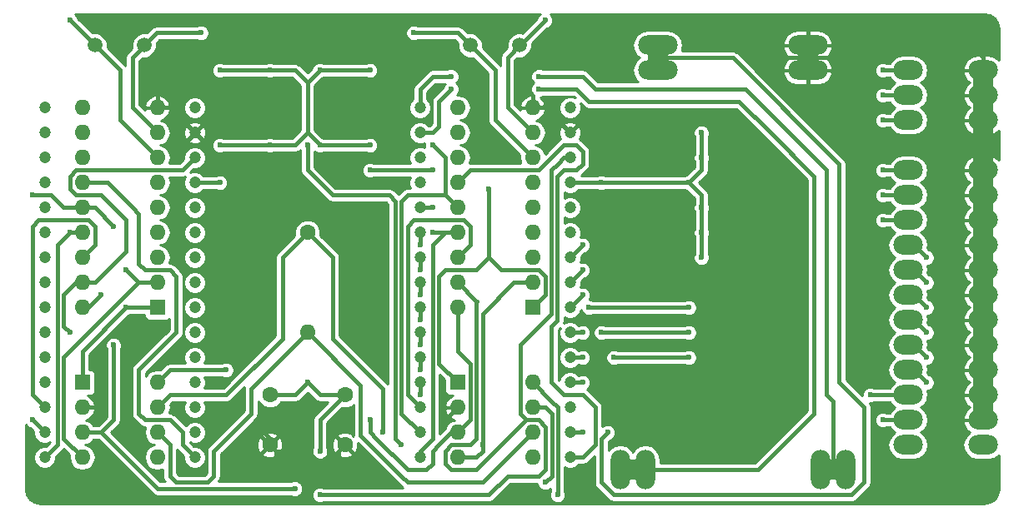
<source format=gbr>
G04 #@! TF.FileFunction,Copper,L2,Bot,Signal*
%FSLAX46Y46*%
G04 Gerber Fmt 4.6, Leading zero omitted, Abs format (unit mm)*
G04 Created by KiCad (PCBNEW 4.0.6) date 12/04/17 20:41:38*
%MOMM*%
%LPD*%
G01*
G04 APERTURE LIST*
%ADD10C,0.050000*%
%ADD11C,1.600000*%
%ADD12O,1.600000X1.600000*%
%ADD13C,1.200000*%
%ADD14R,1.600000X1.600000*%
%ADD15O,4.000000X2.000000*%
%ADD16O,2.000000X4.000000*%
%ADD17O,3.000000X2.000000*%
%ADD18C,1.500000*%
%ADD19C,0.600000*%
%ADD20C,0.400000*%
%ADD21C,2.000000*%
%ADD22C,0.254000*%
G04 APERTURE END LIST*
D10*
D11*
X119210000Y-72860000D03*
D12*
X119210000Y-83020000D03*
D13*
X92540000Y-60160000D03*
X92540000Y-62700000D03*
X92540000Y-65240000D03*
X92540000Y-67780000D03*
X92540000Y-70320000D03*
X92540000Y-72860000D03*
X92540000Y-75400000D03*
X92540000Y-77940000D03*
X92540000Y-80480000D03*
X92540000Y-83020000D03*
X92540000Y-85560000D03*
X92540000Y-88100000D03*
X92540000Y-90640000D03*
X92540000Y-93180000D03*
X92540000Y-95720000D03*
X107780000Y-95720000D03*
X107780000Y-93180000D03*
X107780000Y-90640000D03*
X107780000Y-88100000D03*
X107780000Y-85560000D03*
X107780000Y-83020000D03*
X107780000Y-80480000D03*
X107780000Y-77940000D03*
X107780000Y-75400000D03*
X107780000Y-72860000D03*
X107780000Y-70320000D03*
X107780000Y-67780000D03*
X107780000Y-65240000D03*
X107780000Y-62700000D03*
X107780000Y-60160000D03*
D14*
X103970000Y-80480000D03*
D12*
X96350000Y-60160000D03*
X103970000Y-77940000D03*
X96350000Y-62700000D03*
X103970000Y-75400000D03*
X96350000Y-65240000D03*
X103970000Y-72860000D03*
X96350000Y-67780000D03*
X103970000Y-70320000D03*
X96350000Y-70320000D03*
X103970000Y-67780000D03*
X96350000Y-72860000D03*
X103970000Y-65240000D03*
X96350000Y-75400000D03*
X103970000Y-62700000D03*
X96350000Y-77940000D03*
X103970000Y-60160000D03*
X96350000Y-80480000D03*
D14*
X96350000Y-88100000D03*
D12*
X103970000Y-95720000D03*
X96350000Y-90640000D03*
X103970000Y-93180000D03*
X96350000Y-93180000D03*
X103970000Y-90640000D03*
X96350000Y-95720000D03*
X103970000Y-88100000D03*
D11*
X123020000Y-89370000D03*
X115400000Y-89370000D03*
X115400000Y-94450000D03*
X123020000Y-94450000D03*
D15*
X154770000Y-53810000D03*
X154770000Y-56350000D03*
X170010000Y-53810000D03*
X170010000Y-56350000D03*
D16*
X153500000Y-96990000D03*
X150960000Y-96990000D03*
X171280000Y-96990000D03*
X173820000Y-96990000D03*
D17*
X187790000Y-94450000D03*
X187790000Y-91910000D03*
X187790000Y-89370000D03*
X187790000Y-86830000D03*
X187790000Y-84290000D03*
X187790000Y-81750000D03*
X187790000Y-79210000D03*
X187790000Y-76670000D03*
X187790000Y-74130000D03*
X187790000Y-71590000D03*
X187790000Y-69050000D03*
X187790000Y-66510000D03*
X180170000Y-66510000D03*
X180170000Y-69050000D03*
X180170000Y-71590000D03*
X180170000Y-74130000D03*
X180170000Y-76670000D03*
X180170000Y-79210000D03*
X180170000Y-81750000D03*
X180170000Y-84290000D03*
X180170000Y-86830000D03*
X180170000Y-89370000D03*
X180170000Y-91910000D03*
X180170000Y-94450000D03*
X187790000Y-61430000D03*
X187790000Y-58890000D03*
X187790000Y-56350000D03*
X180170000Y-56350000D03*
X180170000Y-58890000D03*
X180170000Y-61430000D03*
D13*
X130640000Y-60160000D03*
X130640000Y-62700000D03*
X130640000Y-65240000D03*
X130640000Y-67780000D03*
X130640000Y-70320000D03*
X130640000Y-72860000D03*
X130640000Y-75400000D03*
X130640000Y-77940000D03*
X130640000Y-80480000D03*
X130640000Y-83020000D03*
X130640000Y-85560000D03*
X130640000Y-88100000D03*
X130640000Y-90640000D03*
X130640000Y-93180000D03*
X130640000Y-95720000D03*
X145880000Y-95720000D03*
X145880000Y-93180000D03*
X145880000Y-90640000D03*
X145880000Y-88100000D03*
X145880000Y-85560000D03*
X145880000Y-83020000D03*
X145880000Y-80480000D03*
X145880000Y-77940000D03*
X145880000Y-75400000D03*
X145880000Y-72860000D03*
X145880000Y-70320000D03*
X145880000Y-67780000D03*
X145880000Y-65240000D03*
X145880000Y-62700000D03*
X145880000Y-60160000D03*
D14*
X142070000Y-80480000D03*
D12*
X134450000Y-60160000D03*
X142070000Y-77940000D03*
X134450000Y-62700000D03*
X142070000Y-75400000D03*
X134450000Y-65240000D03*
X142070000Y-72860000D03*
X134450000Y-67780000D03*
X142070000Y-70320000D03*
X134450000Y-70320000D03*
X142070000Y-67780000D03*
X134450000Y-72860000D03*
X142070000Y-65240000D03*
X134450000Y-75400000D03*
X142070000Y-62700000D03*
X134450000Y-77940000D03*
X142070000Y-60160000D03*
X134450000Y-80480000D03*
D14*
X134450000Y-88100000D03*
D12*
X142070000Y-95720000D03*
X134450000Y-90640000D03*
X142070000Y-93180000D03*
X134450000Y-93180000D03*
X142070000Y-90640000D03*
X134450000Y-95720000D03*
X142070000Y-88100000D03*
D18*
X97620000Y-53810000D03*
X102620000Y-53810000D03*
X135720000Y-53810000D03*
X140720000Y-53810000D03*
D19*
X95080000Y-51270000D03*
X133180000Y-91910000D03*
X105875000Y-65240000D03*
X105875000Y-68415000D03*
X109685000Y-85560000D03*
X105240000Y-55715000D03*
X98255000Y-90640000D03*
X109685000Y-93180000D03*
X112225000Y-90640000D03*
X114130000Y-92545000D03*
X167470000Y-55080000D03*
X143340000Y-60160000D03*
X116035000Y-96990000D03*
X122385000Y-96990000D03*
X108415000Y-52540000D03*
X130005000Y-52540000D03*
X143340000Y-51270000D03*
X99525000Y-72225000D03*
X91270000Y-69050000D03*
X91270000Y-91910000D03*
X95080000Y-72860000D03*
X100795000Y-80480000D03*
X100795000Y-76670000D03*
X131910000Y-63970000D03*
X131910000Y-72860000D03*
X137625000Y-68415000D03*
X119210000Y-63970000D03*
X128735000Y-94450000D03*
X136990000Y-94450000D03*
X125560000Y-91910000D03*
X149055000Y-67780000D03*
X125560000Y-66510000D03*
X131910000Y-66510000D03*
X98255000Y-79210000D03*
X99525000Y-84290000D03*
X117940000Y-98895000D03*
X157945000Y-67780000D03*
X159215000Y-65240000D03*
X159215000Y-70320000D03*
X159215000Y-72860000D03*
X159215000Y-62700000D03*
X159215000Y-75400000D03*
X110320000Y-67780000D03*
X115400000Y-56350000D03*
X120480000Y-56350000D03*
X110320000Y-56350000D03*
X125560000Y-56350000D03*
X115400000Y-63970000D03*
X120480000Y-63970000D03*
X110320000Y-63970000D03*
X125560000Y-63970000D03*
X95080000Y-83020000D03*
X119210000Y-88100000D03*
X120480000Y-99530000D03*
X120480000Y-95085000D03*
X147150000Y-74130000D03*
X177630000Y-56350000D03*
X147150000Y-76670000D03*
X177630000Y-58890000D03*
X147150000Y-79210000D03*
X177630000Y-61430000D03*
X147150000Y-83020000D03*
X177630000Y-66510000D03*
X144610000Y-99530000D03*
X147150000Y-85560000D03*
X177630000Y-69050000D03*
X147150000Y-88100000D03*
X177630000Y-71590000D03*
X110955000Y-86830000D03*
X143340000Y-98260000D03*
X126830000Y-93180000D03*
X149690000Y-93180000D03*
X147150000Y-93180000D03*
X133815000Y-58255000D03*
X142705000Y-58255000D03*
X133815000Y-56985000D03*
X142705000Y-56985000D03*
X182075000Y-75400000D03*
X130640000Y-89370000D03*
X182075000Y-77940000D03*
X130640000Y-86830000D03*
X130640000Y-84290000D03*
X182075000Y-80480000D03*
X130640000Y-81750000D03*
X182075000Y-83020000D03*
X130640000Y-79210000D03*
X182075000Y-85560000D03*
X157945000Y-85560000D03*
X150325000Y-85560000D03*
X130640000Y-76670000D03*
X182075000Y-88100000D03*
X149055000Y-83020000D03*
X157945000Y-83020000D03*
X176360000Y-89370000D03*
X130640000Y-74130000D03*
X131910000Y-70320000D03*
X147785000Y-80480000D03*
X177630000Y-91910000D03*
X157945000Y-80480000D03*
D20*
X97620000Y-53810000D02*
X100160000Y-56350000D01*
X100160000Y-61430000D02*
X103970000Y-65240000D01*
X100160000Y-56350000D02*
X100160000Y-61430000D01*
X97620000Y-53810000D02*
X95080000Y-51270000D01*
X134450000Y-90640000D02*
X133180000Y-91910000D01*
X107145000Y-74130000D02*
X109050000Y-74130000D01*
X105875000Y-64605000D02*
X105875000Y-65240000D01*
X105875000Y-68415000D02*
X105875000Y-72860000D01*
X105875000Y-72860000D02*
X105875000Y-73495000D01*
X105875000Y-73495000D02*
X106510000Y-74130000D01*
X106510000Y-74130000D02*
X107145000Y-74130000D01*
X107780000Y-62700000D02*
X105875000Y-64605000D01*
X109685000Y-74765000D02*
X109685000Y-85560000D01*
X109050000Y-74130000D02*
X109685000Y-74765000D01*
X105240000Y-55715000D02*
X105240000Y-60160000D01*
X103970000Y-60160000D02*
X105240000Y-60160000D01*
X105240000Y-60160000D02*
X107780000Y-62700000D01*
X96350000Y-90640000D02*
X98255000Y-90640000D01*
X109685000Y-93180000D02*
X112225000Y-90640000D01*
X114130000Y-92545000D02*
X115400000Y-93815000D01*
X115400000Y-93815000D02*
X115400000Y-94450000D01*
X116035000Y-95085000D02*
X117940000Y-95085000D01*
X119845000Y-96990000D02*
X122385000Y-96990000D01*
X117940000Y-95085000D02*
X119845000Y-96990000D01*
X170010000Y-55080000D02*
X176360000Y-55080000D01*
X187790000Y-55080000D02*
X187790000Y-56350000D01*
X186520000Y-53810000D02*
X187790000Y-55080000D01*
X177630000Y-53810000D02*
X186520000Y-53810000D01*
X176360000Y-55080000D02*
X177630000Y-53810000D01*
X167470000Y-55080000D02*
X170010000Y-55080000D01*
X142070000Y-60160000D02*
X143340000Y-60160000D01*
X143340000Y-60160000D02*
X145880000Y-62700000D01*
X116035000Y-95085000D02*
X115400000Y-94450000D01*
X116035000Y-96990000D02*
X116035000Y-95085000D01*
X122385000Y-95085000D02*
X123020000Y-94450000D01*
X122385000Y-96990000D02*
X122385000Y-95085000D01*
D21*
X187790000Y-91910000D02*
X187790000Y-56350000D01*
X170010000Y-53810000D02*
X170010000Y-55080000D01*
X170010000Y-55080000D02*
X170010000Y-56350000D01*
D20*
X187790000Y-89370000D02*
X187790000Y-91910000D01*
X187790000Y-86830000D02*
X187790000Y-89370000D01*
X187790000Y-84290000D02*
X187790000Y-86830000D01*
X187790000Y-81750000D02*
X187790000Y-84290000D01*
X187790000Y-79210000D02*
X187790000Y-81750000D01*
X187790000Y-76670000D02*
X187790000Y-79210000D01*
X187790000Y-74130000D02*
X187790000Y-76670000D01*
X187790000Y-71590000D02*
X187790000Y-74130000D01*
X187790000Y-69050000D02*
X187790000Y-71590000D01*
X187790000Y-66510000D02*
X187790000Y-69050000D01*
X187790000Y-61430000D02*
X187790000Y-66510000D01*
X187790000Y-58890000D02*
X187790000Y-61430000D01*
X187790000Y-56350000D02*
X187790000Y-58890000D01*
X102620000Y-53810000D02*
X103890000Y-52540000D01*
X103890000Y-52540000D02*
X108415000Y-52540000D01*
X102620000Y-53810000D02*
X102620000Y-53890000D01*
X102620000Y-53890000D02*
X101430000Y-55080000D01*
X101430000Y-60160000D02*
X103970000Y-62700000D01*
X101430000Y-55080000D02*
X101430000Y-60160000D01*
X102700000Y-53810000D02*
X102620000Y-53810000D01*
X135720000Y-53810000D02*
X134450000Y-52540000D01*
X134450000Y-52540000D02*
X130005000Y-52540000D01*
X135720000Y-53810000D02*
X138260000Y-56350000D01*
X138260000Y-61430000D02*
X142070000Y-65240000D01*
X138260000Y-56350000D02*
X138260000Y-61430000D01*
X140720000Y-53810000D02*
X139530000Y-55000000D01*
X139530000Y-60160000D02*
X142070000Y-62700000D01*
X139530000Y-55000000D02*
X139530000Y-60160000D01*
X140720000Y-53810000D02*
X140800000Y-53810000D01*
X140800000Y-53810000D02*
X143340000Y-51270000D01*
X97620000Y-70320000D02*
X96350000Y-70320000D01*
X99525000Y-72225000D02*
X97620000Y-70320000D01*
X96350000Y-70320000D02*
X95080000Y-70320000D01*
X95080000Y-70320000D02*
X94445000Y-70320000D01*
X91270000Y-91910000D02*
X92540000Y-93180000D01*
X93175000Y-69050000D02*
X91270000Y-69050000D01*
X94445000Y-70320000D02*
X93175000Y-69050000D01*
X93810000Y-79210000D02*
X93810000Y-74130000D01*
X93810000Y-74130000D02*
X95080000Y-72860000D01*
X92540000Y-95720000D02*
X93810000Y-94450000D01*
X93810000Y-94450000D02*
X93810000Y-79210000D01*
X95080000Y-72860000D02*
X96350000Y-72860000D01*
X96350000Y-88100000D02*
X96350000Y-84925000D01*
X96350000Y-84925000D02*
X100795000Y-80480000D01*
X100795000Y-80480000D02*
X103970000Y-80480000D01*
X102065000Y-77940000D02*
X100795000Y-76670000D01*
X94445000Y-93815000D02*
X94445000Y-85560000D01*
X96350000Y-95720000D02*
X94445000Y-93815000D01*
X102065000Y-77940000D02*
X103970000Y-77940000D01*
X94445000Y-85560000D02*
X102065000Y-77940000D01*
X133180000Y-65240000D02*
X131910000Y-63970000D01*
X133180000Y-69050000D02*
X133180000Y-65875000D01*
X133180000Y-65875000D02*
X133180000Y-65240000D01*
X130640000Y-93180000D02*
X128735000Y-91275000D01*
X133180000Y-69050000D02*
X134450000Y-70320000D01*
X129370000Y-69050000D02*
X133180000Y-69050000D01*
X128735000Y-69685000D02*
X129370000Y-69050000D01*
X128735000Y-91275000D02*
X128735000Y-69685000D01*
X131910000Y-93815000D02*
X130640000Y-95085000D01*
X130640000Y-95085000D02*
X130640000Y-95720000D01*
X131910000Y-92545000D02*
X131910000Y-74130000D01*
X133180000Y-72860000D02*
X131910000Y-74130000D01*
X134450000Y-72860000D02*
X133180000Y-72860000D01*
X131910000Y-92545000D02*
X131910000Y-93815000D01*
X134450000Y-72860000D02*
X131910000Y-72860000D01*
X137625000Y-75400000D02*
X137625000Y-68415000D01*
X136355000Y-76670000D02*
X137625000Y-75400000D01*
X133180000Y-76670000D02*
X132545000Y-77305000D01*
X132545000Y-77305000D02*
X132545000Y-86195000D01*
X134450000Y-88100000D02*
X132545000Y-86195000D01*
X143340000Y-79210000D02*
X142070000Y-80480000D01*
X143340000Y-77305000D02*
X142705000Y-76670000D01*
X143340000Y-79210000D02*
X143340000Y-77305000D01*
X136355000Y-76670000D02*
X133180000Y-76670000D01*
X138895000Y-76670000D02*
X142705000Y-76670000D01*
X137625000Y-75400000D02*
X138895000Y-76670000D01*
X119210000Y-63970000D02*
X119210000Y-66510000D01*
X119210000Y-66510000D02*
X121750000Y-69050000D01*
X121750000Y-69050000D02*
X127499998Y-69050000D01*
X127499998Y-69050000D02*
X128134998Y-69685000D01*
X128134998Y-69685000D02*
X128134998Y-74130000D01*
X128134998Y-74130000D02*
X128100000Y-74130000D01*
X128100000Y-74130000D02*
X128100000Y-74130000D01*
X128100000Y-74130000D02*
X128100000Y-91275000D01*
X128735000Y-94450000D02*
X128100000Y-93815000D01*
X128100000Y-93815000D02*
X128100000Y-91275000D01*
X136990000Y-81115000D02*
X136990000Y-93180000D01*
X136355000Y-95720000D02*
X136990000Y-95085000D01*
X136990000Y-95085000D02*
X136990000Y-94450000D01*
X136990000Y-94450000D02*
X136990000Y-93180000D01*
X142070000Y-77940000D02*
X140165000Y-77940000D01*
X136990000Y-81115000D02*
X140165000Y-77940000D01*
X136355000Y-95720000D02*
X134450000Y-95720000D01*
X129370000Y-96990000D02*
X126195000Y-93815000D01*
X126195000Y-93815000D02*
X125560000Y-93180000D01*
X125560000Y-93180000D02*
X125560000Y-91910000D01*
X131910000Y-95720000D02*
X131910000Y-96355000D01*
X131910000Y-95085000D02*
X131910000Y-95720000D01*
X132545000Y-94450000D02*
X133815000Y-93180000D01*
X132545000Y-94450000D02*
X131910000Y-95085000D01*
X131910000Y-96355000D02*
X131275000Y-96990000D01*
X131275000Y-96990000D02*
X129370000Y-96990000D01*
X134450000Y-93180000D02*
X133815000Y-93180000D01*
X131910000Y-66510000D02*
X125560000Y-66510000D01*
X98255000Y-93180000D02*
X99525000Y-91910000D01*
X98255000Y-79210000D02*
X96985000Y-80480000D01*
X99525000Y-91910000D02*
X99525000Y-84290000D01*
X96985000Y-80480000D02*
X96350000Y-80480000D01*
X134450000Y-80480000D02*
X134450000Y-84925000D01*
X135720000Y-91910000D02*
X134450000Y-93180000D01*
X135720000Y-86195000D02*
X135720000Y-91910000D01*
X134450000Y-84925000D02*
X135720000Y-86195000D01*
X96350000Y-93180000D02*
X98255000Y-93180000D01*
X103970000Y-98895000D02*
X117940000Y-98895000D01*
X98255000Y-93180000D02*
X103970000Y-98895000D01*
X157945000Y-67780000D02*
X159215000Y-69050000D01*
X159215000Y-69050000D02*
X159215000Y-70320000D01*
X145880000Y-67780000D02*
X149055000Y-67780000D01*
X149055000Y-67780000D02*
X157945000Y-67780000D01*
X159215000Y-66510000D02*
X159215000Y-65240000D01*
X157945000Y-67780000D02*
X159215000Y-66510000D01*
X159215000Y-62700000D02*
X159215000Y-65240000D01*
X159215000Y-70320000D02*
X159215000Y-72860000D01*
X159215000Y-72860000D02*
X159215000Y-75400000D01*
X110320000Y-67780000D02*
X107780000Y-67780000D01*
X119210000Y-57620000D02*
X119210000Y-62700000D01*
X120480000Y-63970000D02*
X119210000Y-62700000D01*
X117940000Y-63970000D02*
X119210000Y-62700000D01*
X117940000Y-63970000D02*
X115400000Y-63970000D01*
X120480000Y-56350000D02*
X119210000Y-57620000D01*
X117940000Y-56350000D02*
X119210000Y-57620000D01*
X117940000Y-56350000D02*
X115400000Y-56350000D01*
X110320000Y-56350000D02*
X115400000Y-56350000D01*
X120480000Y-56350000D02*
X125560000Y-56350000D01*
X110320000Y-63970000D02*
X115400000Y-63970000D01*
X120480000Y-63970000D02*
X125560000Y-63970000D01*
X144610000Y-65875000D02*
X145245000Y-65240000D01*
X143975000Y-66510000D02*
X144610000Y-65875000D01*
X141435000Y-91910000D02*
X140800000Y-91275000D01*
X143975000Y-81115000D02*
X143975000Y-76035000D01*
X140800000Y-84290000D02*
X143975000Y-81115000D01*
X140800000Y-91275000D02*
X140800000Y-84290000D01*
X143975000Y-76035000D02*
X143975000Y-67145000D01*
X143975000Y-67145000D02*
X143975000Y-66510000D01*
X145245000Y-65240000D02*
X145880000Y-65240000D01*
X99525000Y-76035000D02*
X100795000Y-74765000D01*
X95715000Y-69050000D02*
X95080000Y-68415000D01*
X95080000Y-68415000D02*
X95080000Y-67145000D01*
X95080000Y-67145000D02*
X95715000Y-66510000D01*
X95715000Y-66510000D02*
X106510000Y-66510000D01*
X107780000Y-65240000D02*
X106510000Y-66510000D01*
X97620000Y-77940000D02*
X96350000Y-77940000D01*
X99525000Y-70320000D02*
X98255000Y-69050000D01*
X97620000Y-77940000D02*
X99525000Y-76035000D01*
X98255000Y-69050000D02*
X95715000Y-69050000D01*
X100795000Y-71590000D02*
X99525000Y-70320000D01*
X100795000Y-74765000D02*
X100795000Y-71590000D01*
X119210000Y-88100000D02*
X117940000Y-89370000D01*
X117940000Y-89370000D02*
X115400000Y-89370000D01*
X96350000Y-77940000D02*
X95715000Y-77940000D01*
X95715000Y-77940000D02*
X94445000Y-79210000D01*
X94445000Y-79210000D02*
X94445000Y-82385000D01*
X94445000Y-82385000D02*
X95080000Y-83020000D01*
X119210000Y-88100000D02*
X120480000Y-89370000D01*
X140165000Y-97625000D02*
X139530000Y-97625000D01*
X142705000Y-91910000D02*
X143409996Y-92614996D01*
X143409996Y-92614996D02*
X143409996Y-96920004D01*
X143409996Y-96920004D02*
X142705000Y-97625000D01*
X142705000Y-97625000D02*
X140165000Y-97625000D01*
X135720000Y-94450000D02*
X133815000Y-94450000D01*
X136355000Y-79845000D02*
X136355000Y-93815000D01*
X136355000Y-93815000D02*
X135720000Y-94450000D01*
X140165000Y-93180000D02*
X141435000Y-91910000D01*
X136355000Y-96990000D02*
X140165000Y-93180000D01*
X133815000Y-96990000D02*
X136355000Y-96990000D01*
X133180000Y-96355000D02*
X133815000Y-96990000D01*
X133180000Y-95085000D02*
X133180000Y-96355000D01*
X133815000Y-94450000D02*
X133180000Y-95085000D01*
X141435000Y-91910000D02*
X142705000Y-91910000D01*
X137625000Y-99530000D02*
X120480000Y-99530000D01*
X139530000Y-97625000D02*
X137625000Y-99530000D01*
X134450000Y-77940000D02*
X136355000Y-79845000D01*
X136355000Y-79845000D02*
X136389998Y-79879998D01*
X123020000Y-89370000D02*
X120480000Y-89370000D01*
X120480000Y-95085000D02*
X120480000Y-91910000D01*
X120480000Y-91910000D02*
X123020000Y-89370000D01*
X147150000Y-74130000D02*
X145880000Y-75400000D01*
X180170000Y-56350000D02*
X177630000Y-56350000D01*
X147150000Y-76670000D02*
X145880000Y-77940000D01*
X177630000Y-58890000D02*
X180170000Y-58890000D01*
X147150000Y-79210000D02*
X145880000Y-80480000D01*
X177630000Y-61430000D02*
X180170000Y-61430000D01*
X147150000Y-83020000D02*
X145880000Y-83020000D01*
X177630000Y-66510000D02*
X180170000Y-66510000D01*
X143975000Y-90005000D02*
X142070000Y-88100000D01*
X144610000Y-90640000D02*
X143975000Y-90005000D01*
X144610000Y-99530000D02*
X144610000Y-90640000D01*
X147150000Y-85560000D02*
X145880000Y-85560000D01*
X177630000Y-69050000D02*
X180170000Y-69050000D01*
X147150000Y-88100000D02*
X145880000Y-88100000D01*
X177630000Y-71590000D02*
X180170000Y-71590000D01*
X110955000Y-86830000D02*
X105240000Y-86830000D01*
X105240000Y-86830000D02*
X103970000Y-88100000D01*
X143340000Y-98260000D02*
X144009998Y-97590002D01*
X142070000Y-90640000D02*
X143340000Y-90640000D01*
X144009998Y-91309998D02*
X143340000Y-90640000D01*
X144009998Y-97590002D02*
X144009998Y-91309998D01*
X126830000Y-93180000D02*
X126830000Y-91275000D01*
X126830000Y-88735000D02*
X126830000Y-91275000D01*
X121750000Y-75400000D02*
X121750000Y-83655000D01*
X121750000Y-83655000D02*
X126830000Y-88735000D01*
X119210000Y-72860000D02*
X121750000Y-75400000D01*
X119210000Y-72860000D02*
X116670000Y-75400000D01*
X105240000Y-89370000D02*
X103970000Y-90640000D01*
X107780000Y-89370000D02*
X105240000Y-89370000D01*
X110955000Y-89370000D02*
X107780000Y-89370000D01*
X116670000Y-83655000D02*
X110955000Y-89370000D01*
X116670000Y-75400000D02*
X116670000Y-83655000D01*
X124607500Y-88417500D02*
X124607500Y-93497500D01*
X136990000Y-98260000D02*
X142070000Y-93180000D01*
X128735000Y-97625000D02*
X129370000Y-98260000D01*
X129370000Y-98260000D02*
X136990000Y-98260000D01*
X126195000Y-95085000D02*
X124607500Y-93497500D01*
X128735000Y-97625000D02*
X126195000Y-95085000D01*
X119210000Y-83020000D02*
X124607500Y-88417500D01*
X103970000Y-93180000D02*
X105240000Y-94450000D01*
X113495000Y-88735000D02*
X119210000Y-83020000D01*
X113495000Y-91275000D02*
X113495000Y-88735000D01*
X109685000Y-95085000D02*
X113495000Y-91275000D01*
X109685000Y-97625000D02*
X109685000Y-95085000D01*
X109050000Y-98260000D02*
X109685000Y-97625000D01*
X105875000Y-98260000D02*
X109050000Y-98260000D01*
X105240000Y-97625000D02*
X105875000Y-98260000D01*
X105240000Y-94450000D02*
X105240000Y-97625000D01*
X91270000Y-74130000D02*
X91270000Y-72225000D01*
X91270000Y-77940000D02*
X91270000Y-77305000D01*
X91270000Y-89370000D02*
X91270000Y-77940000D01*
X92540000Y-90640000D02*
X91270000Y-89370000D01*
X91270000Y-74130000D02*
X91270000Y-77305000D01*
X97620000Y-74130000D02*
X96350000Y-75400000D01*
X97620000Y-72225000D02*
X97620000Y-74130000D01*
X96985000Y-71590000D02*
X97620000Y-72225000D01*
X91905000Y-71590000D02*
X96985000Y-71590000D01*
X91270000Y-72225000D02*
X91905000Y-71590000D01*
X102700000Y-76670000D02*
X102065000Y-76035000D01*
X102065000Y-91275000D02*
X102700000Y-91910000D01*
X102700000Y-91910000D02*
X105240000Y-91910000D01*
X105240000Y-91910000D02*
X106510000Y-93180000D01*
X106510000Y-93180000D02*
X106510000Y-94450000D01*
X107780000Y-95720000D02*
X106510000Y-94450000D01*
X105875000Y-80480000D02*
X105875000Y-83020000D01*
X98890000Y-67780000D02*
X101430000Y-70320000D01*
X102700000Y-76670000D02*
X105240000Y-76670000D01*
X105240000Y-76670000D02*
X105875000Y-77305000D01*
X105875000Y-77305000D02*
X105875000Y-80480000D01*
X98890000Y-67780000D02*
X96350000Y-67780000D01*
X102065000Y-86830000D02*
X102065000Y-90005000D01*
X105875000Y-83020000D02*
X102065000Y-86830000D01*
X102065000Y-90005000D02*
X102065000Y-91275000D01*
X102065000Y-70955000D02*
X101430000Y-70320000D01*
X102065000Y-76035000D02*
X102065000Y-70955000D01*
X173185000Y-88100000D02*
X173185000Y-65875000D01*
X149690000Y-93180000D02*
X149055000Y-93815000D01*
X149055000Y-93815000D02*
X149055000Y-98260000D01*
X149055000Y-98260000D02*
X150325000Y-99530000D01*
X150325000Y-99530000D02*
X174455000Y-99530000D01*
X174455000Y-99530000D02*
X175725000Y-98260000D01*
X175725000Y-98260000D02*
X175725000Y-90640000D01*
X175725000Y-90640000D02*
X173185000Y-88100000D01*
X145880000Y-93180000D02*
X147150000Y-93180000D01*
X162390000Y-55080000D02*
X154770000Y-55080000D01*
X173185000Y-65875000D02*
X162390000Y-55080000D01*
D21*
X154770000Y-53810000D02*
X154770000Y-55080000D01*
X154770000Y-55080000D02*
X154770000Y-56350000D01*
D20*
X166200000Y-62700000D02*
X163025000Y-59525000D01*
X164930000Y-96990000D02*
X170645000Y-91275000D01*
X170645000Y-91275000D02*
X170645000Y-67145000D01*
X170645000Y-67145000D02*
X166200000Y-62700000D01*
X152230000Y-96990000D02*
X164930000Y-96990000D01*
X131910000Y-62700000D02*
X130640000Y-62700000D01*
X132545000Y-62065000D02*
X131910000Y-62700000D01*
X132545000Y-59525000D02*
X132545000Y-62065000D01*
X133815000Y-58255000D02*
X132545000Y-59525000D01*
X146515000Y-58255000D02*
X142705000Y-58255000D01*
X147785000Y-59525000D02*
X146515000Y-58255000D01*
X163025000Y-59525000D02*
X147785000Y-59525000D01*
D21*
X150960000Y-96990000D02*
X152230000Y-96990000D01*
X152230000Y-96990000D02*
X153500000Y-96990000D01*
D20*
X147150000Y-56985000D02*
X142705000Y-56985000D01*
X163660000Y-58255000D02*
X149055000Y-58255000D01*
X149055000Y-58255000D02*
X148420000Y-58255000D01*
X148420000Y-58255000D02*
X147150000Y-56985000D01*
X172550000Y-96990000D02*
X172550000Y-90005000D01*
X171915000Y-66510000D02*
X166200000Y-60795000D01*
X171915000Y-89370000D02*
X171915000Y-66510000D01*
X172550000Y-90005000D02*
X171915000Y-89370000D01*
X166200000Y-60795000D02*
X163660000Y-58255000D01*
X130640000Y-58255000D02*
X130640000Y-60160000D01*
X131910000Y-56985000D02*
X130640000Y-58255000D01*
X133815000Y-56985000D02*
X131910000Y-56985000D01*
D21*
X171280000Y-96990000D02*
X172550000Y-96990000D01*
X172550000Y-96990000D02*
X173820000Y-96990000D01*
D20*
X182075000Y-75400000D02*
X180805000Y-74130000D01*
X180805000Y-74130000D02*
X180170000Y-74130000D01*
X130640000Y-88100000D02*
X130640000Y-89370000D01*
X182075000Y-77940000D02*
X180805000Y-76670000D01*
X180805000Y-76670000D02*
X180170000Y-76670000D01*
X130640000Y-85560000D02*
X130640000Y-86830000D01*
X130640000Y-83020000D02*
X130640000Y-84290000D01*
X182075000Y-80480000D02*
X180805000Y-79210000D01*
X180805000Y-79210000D02*
X180170000Y-79210000D01*
X130640000Y-80480000D02*
X130640000Y-81750000D01*
X182075000Y-83020000D02*
X180805000Y-81750000D01*
X180805000Y-81750000D02*
X180170000Y-81750000D01*
X130640000Y-77940000D02*
X130640000Y-79210000D01*
X182075000Y-85560000D02*
X180805000Y-84290000D01*
X180805000Y-84290000D02*
X180170000Y-84290000D01*
X130640000Y-75400000D02*
X130640000Y-76670000D01*
X150325000Y-85560000D02*
X156675000Y-85560000D01*
X156675000Y-85560000D02*
X157945000Y-85560000D01*
X182075000Y-88100000D02*
X180805000Y-86830000D01*
X180805000Y-86830000D02*
X180170000Y-86830000D01*
X130640000Y-72860000D02*
X130640000Y-74130000D01*
X176360000Y-89370000D02*
X180170000Y-89370000D01*
X156675000Y-83020000D02*
X157945000Y-83020000D01*
X149055000Y-83020000D02*
X156675000Y-83020000D01*
X156675000Y-80480000D02*
X157945000Y-80480000D01*
X147785000Y-80480000D02*
X156675000Y-80480000D01*
X130640000Y-70320000D02*
X131910000Y-70320000D01*
X177630000Y-91910000D02*
X180170000Y-91910000D01*
X130005000Y-71590000D02*
X133815000Y-71590000D01*
X129370000Y-72225000D02*
X130005000Y-71590000D01*
X129370000Y-72860000D02*
X129370000Y-75400000D01*
X129370000Y-89370000D02*
X129370000Y-75400000D01*
X130640000Y-90640000D02*
X129370000Y-89370000D01*
X129370000Y-72860000D02*
X129370000Y-72225000D01*
X135720000Y-74130000D02*
X134450000Y-75400000D01*
X135720000Y-72225000D02*
X135720000Y-74130000D01*
X135085000Y-71590000D02*
X135720000Y-72225000D01*
X133815000Y-71590000D02*
X135085000Y-71590000D01*
X142705000Y-66510000D02*
X135720000Y-66510000D01*
X145245000Y-63970000D02*
X142705000Y-66510000D01*
X144575002Y-67179998D02*
X145245000Y-66510000D01*
X145245000Y-66510000D02*
X146515000Y-66510000D01*
X146515000Y-66510000D02*
X147150000Y-65875000D01*
X147150000Y-65875000D02*
X147150000Y-64605000D01*
X147150000Y-64605000D02*
X146515000Y-63970000D01*
X145880000Y-95720000D02*
X147150000Y-95720000D01*
X144575002Y-81784998D02*
X144575002Y-79845000D01*
X143975000Y-82385000D02*
X144575002Y-81784998D01*
X143975000Y-88100000D02*
X143975000Y-82385000D01*
X145245000Y-89370000D02*
X143975000Y-88100000D01*
X147150000Y-89370000D02*
X145245000Y-89370000D01*
X148420000Y-90640000D02*
X147150000Y-89370000D01*
X148420000Y-94450000D02*
X148420000Y-90640000D01*
X147150000Y-95720000D02*
X148420000Y-94450000D01*
X144575002Y-79845000D02*
X144575002Y-67179998D01*
X146515000Y-63970000D02*
X145245000Y-63970000D01*
X135720000Y-66510000D02*
X134450000Y-67780000D01*
D22*
G36*
X188530479Y-50719313D02*
X188980196Y-51019804D01*
X189280687Y-51469521D01*
X189398000Y-52059293D01*
X189398000Y-55304582D01*
X188941801Y-54967172D01*
X188363000Y-54823000D01*
X187863000Y-54823000D01*
X187863000Y-56277000D01*
X187883000Y-56277000D01*
X187883000Y-56423000D01*
X187863000Y-56423000D01*
X187863000Y-58817000D01*
X187883000Y-58817000D01*
X187883000Y-58963000D01*
X187863000Y-58963000D01*
X187863000Y-61357000D01*
X187883000Y-61357000D01*
X187883000Y-61503000D01*
X187863000Y-61503000D01*
X187863000Y-62957000D01*
X188363000Y-62957000D01*
X188941801Y-62812828D01*
X189398000Y-62475418D01*
X189398000Y-65464582D01*
X188941801Y-65127172D01*
X188363000Y-64983000D01*
X187863000Y-64983000D01*
X187863000Y-66437000D01*
X187883000Y-66437000D01*
X187883000Y-66583000D01*
X187863000Y-66583000D01*
X187863000Y-68977000D01*
X187883000Y-68977000D01*
X187883000Y-69123000D01*
X187863000Y-69123000D01*
X187863000Y-71517000D01*
X187883000Y-71517000D01*
X187883000Y-71663000D01*
X187863000Y-71663000D01*
X187863000Y-74057000D01*
X187883000Y-74057000D01*
X187883000Y-74203000D01*
X187863000Y-74203000D01*
X187863000Y-76597000D01*
X187883000Y-76597000D01*
X187883000Y-76743000D01*
X187863000Y-76743000D01*
X187863000Y-79137000D01*
X187883000Y-79137000D01*
X187883000Y-79283000D01*
X187863000Y-79283000D01*
X187863000Y-81677000D01*
X187883000Y-81677000D01*
X187883000Y-81823000D01*
X187863000Y-81823000D01*
X187863000Y-84217000D01*
X187883000Y-84217000D01*
X187883000Y-84363000D01*
X187863000Y-84363000D01*
X187863000Y-86757000D01*
X187883000Y-86757000D01*
X187883000Y-86903000D01*
X187863000Y-86903000D01*
X187863000Y-89297000D01*
X187883000Y-89297000D01*
X187883000Y-89443000D01*
X187863000Y-89443000D01*
X187863000Y-91837000D01*
X187883000Y-91837000D01*
X187883000Y-91983000D01*
X187863000Y-91983000D01*
X187863000Y-92003000D01*
X187717000Y-92003000D01*
X187717000Y-91983000D01*
X185896661Y-91983000D01*
X185794944Y-92220704D01*
X185851300Y-92426914D01*
X186158629Y-92938133D01*
X186471227Y-93169333D01*
X186170537Y-93370248D01*
X185839525Y-93865642D01*
X185723289Y-94450000D01*
X185839525Y-95034358D01*
X186170537Y-95529752D01*
X186665931Y-95860764D01*
X187250289Y-95977000D01*
X188329711Y-95977000D01*
X188914069Y-95860764D01*
X189398000Y-95537411D01*
X189398000Y-98940707D01*
X189280687Y-99530479D01*
X188980196Y-99980196D01*
X188530479Y-100280687D01*
X187940707Y-100398000D01*
X92059293Y-100398000D01*
X91469521Y-100280687D01*
X91019804Y-99980196D01*
X90719313Y-99530479D01*
X90602000Y-98940707D01*
X90602000Y-92411410D01*
X90800930Y-92610688D01*
X91043120Y-92711253D01*
X91413086Y-93081219D01*
X91412805Y-93403191D01*
X91584019Y-93817560D01*
X91900772Y-94134867D01*
X92314842Y-94306804D01*
X92763191Y-94307195D01*
X93038376Y-94193491D01*
X92638781Y-94593086D01*
X92316809Y-94592805D01*
X91902440Y-94764019D01*
X91585133Y-95080772D01*
X91413196Y-95494842D01*
X91412805Y-95943191D01*
X91584019Y-96357560D01*
X91900772Y-96674867D01*
X92314842Y-96846804D01*
X92763191Y-96847195D01*
X93177560Y-96675981D01*
X93494867Y-96359228D01*
X93666804Y-95945158D01*
X93667087Y-95621047D01*
X94324064Y-94964069D01*
X94324067Y-94964067D01*
X94420945Y-94819079D01*
X95050901Y-95449035D01*
X94997003Y-95720000D01*
X95098015Y-96227821D01*
X95385672Y-96658331D01*
X95816182Y-96945988D01*
X96324003Y-97047000D01*
X96375997Y-97047000D01*
X96883818Y-96945988D01*
X97314328Y-96658331D01*
X97601985Y-96227821D01*
X97702997Y-95720000D01*
X97601985Y-95212179D01*
X97314328Y-94781669D01*
X96883818Y-94494012D01*
X96662555Y-94450000D01*
X96883818Y-94405988D01*
X97314328Y-94118331D01*
X97455535Y-93907000D01*
X97953866Y-93907000D01*
X103455931Y-99409064D01*
X103455933Y-99409067D01*
X103488630Y-99430914D01*
X103691790Y-99566661D01*
X103970000Y-99622001D01*
X103970005Y-99622000D01*
X117534297Y-99622000D01*
X117774778Y-99721856D01*
X118103779Y-99722143D01*
X118407846Y-99596505D01*
X118640688Y-99364070D01*
X118766856Y-99060222D01*
X118767143Y-98731221D01*
X118641505Y-98427154D01*
X118409070Y-98194312D01*
X118105222Y-98068144D01*
X117776221Y-98067857D01*
X117533857Y-98168000D01*
X110170133Y-98168000D01*
X110199064Y-98139069D01*
X110199067Y-98139067D01*
X110356660Y-97903211D01*
X110378751Y-97792154D01*
X110412001Y-97625000D01*
X110412000Y-97624995D01*
X110412000Y-95386134D01*
X110434506Y-95363627D01*
X114589611Y-95363627D01*
X114664945Y-95585911D01*
X115155592Y-95780739D01*
X115683449Y-95772973D01*
X116135055Y-95585911D01*
X116210389Y-95363627D01*
X115400000Y-94553238D01*
X114589611Y-95363627D01*
X110434506Y-95363627D01*
X111592541Y-94205592D01*
X114069261Y-94205592D01*
X114077027Y-94733449D01*
X114264089Y-95185055D01*
X114486373Y-95260389D01*
X115296762Y-94450000D01*
X115503238Y-94450000D01*
X116313627Y-95260389D01*
X116535911Y-95185055D01*
X116730739Y-94694408D01*
X116722973Y-94166551D01*
X116535911Y-93714945D01*
X116313627Y-93639611D01*
X115503238Y-94450000D01*
X115296762Y-94450000D01*
X114486373Y-93639611D01*
X114264089Y-93714945D01*
X114069261Y-94205592D01*
X111592541Y-94205592D01*
X112261760Y-93536373D01*
X114589611Y-93536373D01*
X115400000Y-94346762D01*
X116210389Y-93536373D01*
X116135055Y-93314089D01*
X115644408Y-93119261D01*
X115116551Y-93127027D01*
X114664945Y-93314089D01*
X114589611Y-93536373D01*
X112261760Y-93536373D01*
X114009064Y-91789069D01*
X114009067Y-91789067D01*
X114166660Y-91553211D01*
X114188751Y-91442154D01*
X114222001Y-91275000D01*
X114222000Y-91274995D01*
X114222000Y-89993960D01*
X114274369Y-90120703D01*
X114647334Y-90494319D01*
X115134885Y-90696769D01*
X115662798Y-90697229D01*
X116150703Y-90495631D01*
X116524319Y-90122666D01*
X116534977Y-90097000D01*
X117939995Y-90097000D01*
X117940000Y-90097001D01*
X118172052Y-90050842D01*
X118218211Y-90041660D01*
X118454067Y-89884067D01*
X118454068Y-89884066D01*
X119210000Y-89128133D01*
X119965931Y-89884064D01*
X119965933Y-89884067D01*
X120143092Y-90002440D01*
X120201789Y-90041660D01*
X120480000Y-90097000D01*
X121264867Y-90097000D01*
X119965933Y-91395933D01*
X119808340Y-91631789D01*
X119808340Y-91631790D01*
X119752999Y-91910000D01*
X119753000Y-91910005D01*
X119753000Y-94679297D01*
X119653144Y-94919778D01*
X119652857Y-95248779D01*
X119778495Y-95552846D01*
X120010930Y-95785688D01*
X120314778Y-95911856D01*
X120643779Y-95912143D01*
X120947846Y-95786505D01*
X121180688Y-95554070D01*
X121259766Y-95363627D01*
X122209611Y-95363627D01*
X122284945Y-95585911D01*
X122775592Y-95780739D01*
X123303449Y-95772973D01*
X123755055Y-95585911D01*
X123830389Y-95363627D01*
X123020000Y-94553238D01*
X122209611Y-95363627D01*
X121259766Y-95363627D01*
X121306856Y-95250222D01*
X121307143Y-94921221D01*
X121207000Y-94678857D01*
X121207000Y-94205592D01*
X121689261Y-94205592D01*
X121697027Y-94733449D01*
X121884089Y-95185055D01*
X122106373Y-95260389D01*
X122916762Y-94450000D01*
X122106373Y-93639611D01*
X121884089Y-93714945D01*
X121689261Y-94205592D01*
X121207000Y-94205592D01*
X121207000Y-92211134D01*
X122731199Y-90686934D01*
X122754885Y-90696769D01*
X123282798Y-90697229D01*
X123770703Y-90495631D01*
X123880500Y-90386025D01*
X123880500Y-93486260D01*
X123830388Y-93536372D01*
X123755055Y-93314089D01*
X123264408Y-93119261D01*
X122736551Y-93127027D01*
X122284945Y-93314089D01*
X122209611Y-93536373D01*
X123020000Y-94346762D01*
X123034142Y-94332620D01*
X123137380Y-94435858D01*
X123123238Y-94450000D01*
X123933627Y-95260389D01*
X124155911Y-95185055D01*
X124350739Y-94694408D01*
X124344385Y-94262519D01*
X125680933Y-95599067D01*
X128220931Y-98139064D01*
X128220933Y-98139067D01*
X128855931Y-98774064D01*
X128855933Y-98774067D01*
X128899235Y-98803000D01*
X120885703Y-98803000D01*
X120645222Y-98703144D01*
X120316221Y-98702857D01*
X120012154Y-98828495D01*
X119779312Y-99060930D01*
X119653144Y-99364778D01*
X119652857Y-99693779D01*
X119778495Y-99997846D01*
X120010930Y-100230688D01*
X120314778Y-100356856D01*
X120643779Y-100357143D01*
X120886143Y-100257000D01*
X137624995Y-100257000D01*
X137625000Y-100257001D01*
X137857052Y-100210842D01*
X137903211Y-100201660D01*
X138139067Y-100044067D01*
X139831134Y-98352000D01*
X142512920Y-98352000D01*
X142512857Y-98423779D01*
X142638495Y-98727846D01*
X142870930Y-98960688D01*
X143174778Y-99086856D01*
X143503779Y-99087143D01*
X143807846Y-98961505D01*
X143883000Y-98886482D01*
X143883000Y-99124297D01*
X143783144Y-99364778D01*
X143782857Y-99693779D01*
X143908495Y-99997846D01*
X144140930Y-100230688D01*
X144444778Y-100356856D01*
X144773779Y-100357143D01*
X145077846Y-100231505D01*
X145310688Y-99999070D01*
X145436856Y-99695222D01*
X145437143Y-99366221D01*
X145337000Y-99123857D01*
X145337000Y-96714824D01*
X145654842Y-96846804D01*
X146103191Y-96847195D01*
X146517560Y-96675981D01*
X146746941Y-96447000D01*
X147149995Y-96447000D01*
X147150000Y-96447001D01*
X147382052Y-96400842D01*
X147428211Y-96391660D01*
X147664067Y-96234067D01*
X147664068Y-96234066D01*
X148328000Y-95570133D01*
X148328000Y-98259995D01*
X148327999Y-98260000D01*
X148361249Y-98427154D01*
X148383340Y-98538211D01*
X148540933Y-98774067D01*
X149810931Y-100044064D01*
X149810933Y-100044067D01*
X150046789Y-100201660D01*
X150325000Y-100257000D01*
X174454995Y-100257000D01*
X174455000Y-100257001D01*
X174687052Y-100210842D01*
X174733211Y-100201660D01*
X174969067Y-100044067D01*
X174969068Y-100044066D01*
X176239064Y-98774069D01*
X176239067Y-98774067D01*
X176396660Y-98538211D01*
X176452000Y-98260000D01*
X176452000Y-90640000D01*
X176396660Y-90361789D01*
X176286509Y-90196936D01*
X176523779Y-90197143D01*
X176766143Y-90097000D01*
X178314835Y-90097000D01*
X178550537Y-90449752D01*
X178835263Y-90640000D01*
X178550537Y-90830248D01*
X178314835Y-91183000D01*
X178035703Y-91183000D01*
X177795222Y-91083144D01*
X177466221Y-91082857D01*
X177162154Y-91208495D01*
X176929312Y-91440930D01*
X176803144Y-91744778D01*
X176802857Y-92073779D01*
X176928495Y-92377846D01*
X177160930Y-92610688D01*
X177464778Y-92736856D01*
X177793779Y-92737143D01*
X178036143Y-92637000D01*
X178314835Y-92637000D01*
X178550537Y-92989752D01*
X178835263Y-93180000D01*
X178550537Y-93370248D01*
X178219525Y-93865642D01*
X178103289Y-94450000D01*
X178219525Y-95034358D01*
X178550537Y-95529752D01*
X179045931Y-95860764D01*
X179630289Y-95977000D01*
X180709711Y-95977000D01*
X181294069Y-95860764D01*
X181789463Y-95529752D01*
X182120475Y-95034358D01*
X182236711Y-94450000D01*
X182120475Y-93865642D01*
X181789463Y-93370248D01*
X181504737Y-93180000D01*
X181789463Y-92989752D01*
X182120475Y-92494358D01*
X182236711Y-91910000D01*
X182120475Y-91325642D01*
X181789463Y-90830248D01*
X181504737Y-90640000D01*
X181789463Y-90449752D01*
X182120475Y-89954358D01*
X182174908Y-89680704D01*
X185794944Y-89680704D01*
X185851300Y-89886914D01*
X186158629Y-90398133D01*
X186485648Y-90640000D01*
X186158629Y-90881867D01*
X185851300Y-91393086D01*
X185794944Y-91599296D01*
X185896661Y-91837000D01*
X187717000Y-91837000D01*
X187717000Y-89443000D01*
X185896661Y-89443000D01*
X185794944Y-89680704D01*
X182174908Y-89680704D01*
X182236711Y-89370000D01*
X182148606Y-88927064D01*
X182238779Y-88927143D01*
X182542846Y-88801505D01*
X182775688Y-88569070D01*
X182901856Y-88265222D01*
X182902143Y-87936221D01*
X182776505Y-87632154D01*
X182544070Y-87399312D01*
X182301880Y-87298746D01*
X182169753Y-87166620D01*
X182174908Y-87140704D01*
X185794944Y-87140704D01*
X185851300Y-87346914D01*
X186158629Y-87858133D01*
X186485648Y-88100000D01*
X186158629Y-88341867D01*
X185851300Y-88853086D01*
X185794944Y-89059296D01*
X185896661Y-89297000D01*
X187717000Y-89297000D01*
X187717000Y-86903000D01*
X185896661Y-86903000D01*
X185794944Y-87140704D01*
X182174908Y-87140704D01*
X182236711Y-86830000D01*
X182148606Y-86387064D01*
X182238779Y-86387143D01*
X182542846Y-86261505D01*
X182775688Y-86029070D01*
X182901856Y-85725222D01*
X182902143Y-85396221D01*
X182776505Y-85092154D01*
X182544070Y-84859312D01*
X182301880Y-84758746D01*
X182169753Y-84626620D01*
X182174908Y-84600704D01*
X185794944Y-84600704D01*
X185851300Y-84806914D01*
X186158629Y-85318133D01*
X186485648Y-85560000D01*
X186158629Y-85801867D01*
X185851300Y-86313086D01*
X185794944Y-86519296D01*
X185896661Y-86757000D01*
X187717000Y-86757000D01*
X187717000Y-84363000D01*
X185896661Y-84363000D01*
X185794944Y-84600704D01*
X182174908Y-84600704D01*
X182236711Y-84290000D01*
X182148606Y-83847064D01*
X182238779Y-83847143D01*
X182542846Y-83721505D01*
X182775688Y-83489070D01*
X182901856Y-83185222D01*
X182902143Y-82856221D01*
X182776505Y-82552154D01*
X182544070Y-82319312D01*
X182301880Y-82218746D01*
X182169753Y-82086620D01*
X182174908Y-82060704D01*
X185794944Y-82060704D01*
X185851300Y-82266914D01*
X186158629Y-82778133D01*
X186485648Y-83020000D01*
X186158629Y-83261867D01*
X185851300Y-83773086D01*
X185794944Y-83979296D01*
X185896661Y-84217000D01*
X187717000Y-84217000D01*
X187717000Y-81823000D01*
X185896661Y-81823000D01*
X185794944Y-82060704D01*
X182174908Y-82060704D01*
X182236711Y-81750000D01*
X182148606Y-81307064D01*
X182238779Y-81307143D01*
X182542846Y-81181505D01*
X182775688Y-80949070D01*
X182901856Y-80645222D01*
X182902143Y-80316221D01*
X182776505Y-80012154D01*
X182544070Y-79779312D01*
X182301880Y-79678746D01*
X182169753Y-79546620D01*
X182174908Y-79520704D01*
X185794944Y-79520704D01*
X185851300Y-79726914D01*
X186158629Y-80238133D01*
X186485648Y-80480000D01*
X186158629Y-80721867D01*
X185851300Y-81233086D01*
X185794944Y-81439296D01*
X185896661Y-81677000D01*
X187717000Y-81677000D01*
X187717000Y-79283000D01*
X185896661Y-79283000D01*
X185794944Y-79520704D01*
X182174908Y-79520704D01*
X182236711Y-79210000D01*
X182148606Y-78767064D01*
X182238779Y-78767143D01*
X182542846Y-78641505D01*
X182775688Y-78409070D01*
X182901856Y-78105222D01*
X182902143Y-77776221D01*
X182776505Y-77472154D01*
X182544070Y-77239312D01*
X182301880Y-77138746D01*
X182169753Y-77006620D01*
X182174908Y-76980704D01*
X185794944Y-76980704D01*
X185851300Y-77186914D01*
X186158629Y-77698133D01*
X186485648Y-77940000D01*
X186158629Y-78181867D01*
X185851300Y-78693086D01*
X185794944Y-78899296D01*
X185896661Y-79137000D01*
X187717000Y-79137000D01*
X187717000Y-76743000D01*
X185896661Y-76743000D01*
X185794944Y-76980704D01*
X182174908Y-76980704D01*
X182236711Y-76670000D01*
X182148606Y-76227064D01*
X182238779Y-76227143D01*
X182542846Y-76101505D01*
X182775688Y-75869070D01*
X182901856Y-75565222D01*
X182902143Y-75236221D01*
X182776505Y-74932154D01*
X182544070Y-74699312D01*
X182301880Y-74598746D01*
X182169753Y-74466620D01*
X182174908Y-74440704D01*
X185794944Y-74440704D01*
X185851300Y-74646914D01*
X186158629Y-75158133D01*
X186485648Y-75400000D01*
X186158629Y-75641867D01*
X185851300Y-76153086D01*
X185794944Y-76359296D01*
X185896661Y-76597000D01*
X187717000Y-76597000D01*
X187717000Y-74203000D01*
X185896661Y-74203000D01*
X185794944Y-74440704D01*
X182174908Y-74440704D01*
X182236711Y-74130000D01*
X182120475Y-73545642D01*
X181789463Y-73050248D01*
X181504737Y-72860000D01*
X181789463Y-72669752D01*
X182120475Y-72174358D01*
X182174908Y-71900704D01*
X185794944Y-71900704D01*
X185851300Y-72106914D01*
X186158629Y-72618133D01*
X186485648Y-72860000D01*
X186158629Y-73101867D01*
X185851300Y-73613086D01*
X185794944Y-73819296D01*
X185896661Y-74057000D01*
X187717000Y-74057000D01*
X187717000Y-71663000D01*
X185896661Y-71663000D01*
X185794944Y-71900704D01*
X182174908Y-71900704D01*
X182236711Y-71590000D01*
X182120475Y-71005642D01*
X181789463Y-70510248D01*
X181504737Y-70320000D01*
X181789463Y-70129752D01*
X182120475Y-69634358D01*
X182174908Y-69360704D01*
X185794944Y-69360704D01*
X185851300Y-69566914D01*
X186158629Y-70078133D01*
X186485648Y-70320000D01*
X186158629Y-70561867D01*
X185851300Y-71073086D01*
X185794944Y-71279296D01*
X185896661Y-71517000D01*
X187717000Y-71517000D01*
X187717000Y-69123000D01*
X185896661Y-69123000D01*
X185794944Y-69360704D01*
X182174908Y-69360704D01*
X182236711Y-69050000D01*
X182120475Y-68465642D01*
X181789463Y-67970248D01*
X181504737Y-67780000D01*
X181789463Y-67589752D01*
X182120475Y-67094358D01*
X182174908Y-66820704D01*
X185794944Y-66820704D01*
X185851300Y-67026914D01*
X186158629Y-67538133D01*
X186485648Y-67780000D01*
X186158629Y-68021867D01*
X185851300Y-68533086D01*
X185794944Y-68739296D01*
X185896661Y-68977000D01*
X187717000Y-68977000D01*
X187717000Y-66583000D01*
X185896661Y-66583000D01*
X185794944Y-66820704D01*
X182174908Y-66820704D01*
X182236711Y-66510000D01*
X182174909Y-66199296D01*
X185794944Y-66199296D01*
X185896661Y-66437000D01*
X187717000Y-66437000D01*
X187717000Y-64983000D01*
X187217000Y-64983000D01*
X186638199Y-65127172D01*
X186158629Y-65481867D01*
X185851300Y-65993086D01*
X185794944Y-66199296D01*
X182174909Y-66199296D01*
X182120475Y-65925642D01*
X181789463Y-65430248D01*
X181294069Y-65099236D01*
X180709711Y-64983000D01*
X179630289Y-64983000D01*
X179045931Y-65099236D01*
X178550537Y-65430248D01*
X178314835Y-65783000D01*
X178035703Y-65783000D01*
X177795222Y-65683144D01*
X177466221Y-65682857D01*
X177162154Y-65808495D01*
X176929312Y-66040930D01*
X176803144Y-66344778D01*
X176802857Y-66673779D01*
X176928495Y-66977846D01*
X177160930Y-67210688D01*
X177464778Y-67336856D01*
X177793779Y-67337143D01*
X178036143Y-67237000D01*
X178314835Y-67237000D01*
X178550537Y-67589752D01*
X178835263Y-67780000D01*
X178550537Y-67970248D01*
X178314835Y-68323000D01*
X178035703Y-68323000D01*
X177795222Y-68223144D01*
X177466221Y-68222857D01*
X177162154Y-68348495D01*
X176929312Y-68580930D01*
X176803144Y-68884778D01*
X176802857Y-69213779D01*
X176928495Y-69517846D01*
X177160930Y-69750688D01*
X177464778Y-69876856D01*
X177793779Y-69877143D01*
X178036143Y-69777000D01*
X178314835Y-69777000D01*
X178550537Y-70129752D01*
X178835263Y-70320000D01*
X178550537Y-70510248D01*
X178314835Y-70863000D01*
X178035703Y-70863000D01*
X177795222Y-70763144D01*
X177466221Y-70762857D01*
X177162154Y-70888495D01*
X176929312Y-71120930D01*
X176803144Y-71424778D01*
X176802857Y-71753779D01*
X176928495Y-72057846D01*
X177160930Y-72290688D01*
X177464778Y-72416856D01*
X177793779Y-72417143D01*
X178036143Y-72317000D01*
X178314835Y-72317000D01*
X178550537Y-72669752D01*
X178835263Y-72860000D01*
X178550537Y-73050248D01*
X178219525Y-73545642D01*
X178103289Y-74130000D01*
X178219525Y-74714358D01*
X178550537Y-75209752D01*
X178835263Y-75400000D01*
X178550537Y-75590248D01*
X178219525Y-76085642D01*
X178103289Y-76670000D01*
X178219525Y-77254358D01*
X178550537Y-77749752D01*
X178835263Y-77940000D01*
X178550537Y-78130248D01*
X178219525Y-78625642D01*
X178103289Y-79210000D01*
X178219525Y-79794358D01*
X178550537Y-80289752D01*
X178835263Y-80480000D01*
X178550537Y-80670248D01*
X178219525Y-81165642D01*
X178103289Y-81750000D01*
X178219525Y-82334358D01*
X178550537Y-82829752D01*
X178835263Y-83020000D01*
X178550537Y-83210248D01*
X178219525Y-83705642D01*
X178103289Y-84290000D01*
X178219525Y-84874358D01*
X178550537Y-85369752D01*
X178835263Y-85560000D01*
X178550537Y-85750248D01*
X178219525Y-86245642D01*
X178103289Y-86830000D01*
X178219525Y-87414358D01*
X178550537Y-87909752D01*
X178835263Y-88100000D01*
X178550537Y-88290248D01*
X178314835Y-88643000D01*
X176765703Y-88643000D01*
X176525222Y-88543144D01*
X176196221Y-88542857D01*
X175892154Y-88668495D01*
X175659312Y-88900930D01*
X175533144Y-89204778D01*
X175532956Y-89419823D01*
X173912000Y-87798866D01*
X173912000Y-65875000D01*
X173856660Y-65596789D01*
X173699067Y-65360933D01*
X173699064Y-65360931D01*
X164998838Y-56660704D01*
X167514944Y-56660704D01*
X167571300Y-56866914D01*
X167878629Y-57378133D01*
X168358199Y-57732828D01*
X168937000Y-57877000D01*
X169937000Y-57877000D01*
X169937000Y-56423000D01*
X170083000Y-56423000D01*
X170083000Y-57877000D01*
X171083000Y-57877000D01*
X171661801Y-57732828D01*
X172141371Y-57378133D01*
X172448700Y-56866914D01*
X172505056Y-56660704D01*
X172442185Y-56513779D01*
X176802857Y-56513779D01*
X176928495Y-56817846D01*
X177160930Y-57050688D01*
X177464778Y-57176856D01*
X177793779Y-57177143D01*
X178036143Y-57077000D01*
X178314835Y-57077000D01*
X178550537Y-57429752D01*
X178835263Y-57620000D01*
X178550537Y-57810248D01*
X178314835Y-58163000D01*
X178035703Y-58163000D01*
X177795222Y-58063144D01*
X177466221Y-58062857D01*
X177162154Y-58188495D01*
X176929312Y-58420930D01*
X176803144Y-58724778D01*
X176802857Y-59053779D01*
X176928495Y-59357846D01*
X177160930Y-59590688D01*
X177464778Y-59716856D01*
X177793779Y-59717143D01*
X178036143Y-59617000D01*
X178314835Y-59617000D01*
X178550537Y-59969752D01*
X178835263Y-60160000D01*
X178550537Y-60350248D01*
X178314835Y-60703000D01*
X178035703Y-60703000D01*
X177795222Y-60603144D01*
X177466221Y-60602857D01*
X177162154Y-60728495D01*
X176929312Y-60960930D01*
X176803144Y-61264778D01*
X176802857Y-61593779D01*
X176928495Y-61897846D01*
X177160930Y-62130688D01*
X177464778Y-62256856D01*
X177793779Y-62257143D01*
X178036143Y-62157000D01*
X178314835Y-62157000D01*
X178550537Y-62509752D01*
X179045931Y-62840764D01*
X179630289Y-62957000D01*
X180709711Y-62957000D01*
X181294069Y-62840764D01*
X181789463Y-62509752D01*
X182120475Y-62014358D01*
X182174908Y-61740704D01*
X185794944Y-61740704D01*
X185851300Y-61946914D01*
X186158629Y-62458133D01*
X186638199Y-62812828D01*
X187217000Y-62957000D01*
X187717000Y-62957000D01*
X187717000Y-61503000D01*
X185896661Y-61503000D01*
X185794944Y-61740704D01*
X182174908Y-61740704D01*
X182236711Y-61430000D01*
X182120475Y-60845642D01*
X181789463Y-60350248D01*
X181504737Y-60160000D01*
X181789463Y-59969752D01*
X182120475Y-59474358D01*
X182174908Y-59200704D01*
X185794944Y-59200704D01*
X185851300Y-59406914D01*
X186158629Y-59918133D01*
X186485648Y-60160000D01*
X186158629Y-60401867D01*
X185851300Y-60913086D01*
X185794944Y-61119296D01*
X185896661Y-61357000D01*
X187717000Y-61357000D01*
X187717000Y-58963000D01*
X185896661Y-58963000D01*
X185794944Y-59200704D01*
X182174908Y-59200704D01*
X182236711Y-58890000D01*
X182120475Y-58305642D01*
X181789463Y-57810248D01*
X181504737Y-57620000D01*
X181789463Y-57429752D01*
X182120475Y-56934358D01*
X182174908Y-56660704D01*
X185794944Y-56660704D01*
X185851300Y-56866914D01*
X186158629Y-57378133D01*
X186485648Y-57620000D01*
X186158629Y-57861867D01*
X185851300Y-58373086D01*
X185794944Y-58579296D01*
X185896661Y-58817000D01*
X187717000Y-58817000D01*
X187717000Y-56423000D01*
X185896661Y-56423000D01*
X185794944Y-56660704D01*
X182174908Y-56660704D01*
X182236711Y-56350000D01*
X182174909Y-56039296D01*
X185794944Y-56039296D01*
X185896661Y-56277000D01*
X187717000Y-56277000D01*
X187717000Y-54823000D01*
X187217000Y-54823000D01*
X186638199Y-54967172D01*
X186158629Y-55321867D01*
X185851300Y-55833086D01*
X185794944Y-56039296D01*
X182174909Y-56039296D01*
X182120475Y-55765642D01*
X181789463Y-55270248D01*
X181294069Y-54939236D01*
X180709711Y-54823000D01*
X179630289Y-54823000D01*
X179045931Y-54939236D01*
X178550537Y-55270248D01*
X178314835Y-55623000D01*
X178035703Y-55623000D01*
X177795222Y-55523144D01*
X177466221Y-55522857D01*
X177162154Y-55648495D01*
X176929312Y-55880930D01*
X176803144Y-56184778D01*
X176802857Y-56513779D01*
X172442185Y-56513779D01*
X172403339Y-56423000D01*
X170083000Y-56423000D01*
X169937000Y-56423000D01*
X167616661Y-56423000D01*
X167514944Y-56660704D01*
X164998838Y-56660704D01*
X162904067Y-54565933D01*
X162798868Y-54495642D01*
X162668211Y-54408340D01*
X162622052Y-54399158D01*
X162390000Y-54352999D01*
X162389995Y-54353000D01*
X157238498Y-54353000D01*
X157284704Y-54120704D01*
X167514944Y-54120704D01*
X167571300Y-54326914D01*
X167878629Y-54838133D01*
X168205648Y-55080000D01*
X167878629Y-55321867D01*
X167571300Y-55833086D01*
X167514944Y-56039296D01*
X167616661Y-56277000D01*
X169937000Y-56277000D01*
X169937000Y-53883000D01*
X170083000Y-53883000D01*
X170083000Y-56277000D01*
X172403339Y-56277000D01*
X172505056Y-56039296D01*
X172448700Y-55833086D01*
X172141371Y-55321867D01*
X171814352Y-55080000D01*
X172141371Y-54838133D01*
X172448700Y-54326914D01*
X172505056Y-54120704D01*
X172403339Y-53883000D01*
X170083000Y-53883000D01*
X169937000Y-53883000D01*
X167616661Y-53883000D01*
X167514944Y-54120704D01*
X157284704Y-54120704D01*
X157346507Y-53810000D01*
X157284705Y-53499296D01*
X167514944Y-53499296D01*
X167616661Y-53737000D01*
X169937000Y-53737000D01*
X169937000Y-52283000D01*
X170083000Y-52283000D01*
X170083000Y-53737000D01*
X172403339Y-53737000D01*
X172505056Y-53499296D01*
X172448700Y-53293086D01*
X172141371Y-52781867D01*
X171661801Y-52427172D01*
X171083000Y-52283000D01*
X170083000Y-52283000D01*
X169937000Y-52283000D01*
X168937000Y-52283000D01*
X168358199Y-52427172D01*
X167878629Y-52781867D01*
X167571300Y-53293086D01*
X167514944Y-53499296D01*
X157284705Y-53499296D01*
X157230271Y-53225642D01*
X156899259Y-52730248D01*
X156403865Y-52399236D01*
X155819507Y-52283000D01*
X153720493Y-52283000D01*
X153136135Y-52399236D01*
X152640741Y-52730248D01*
X152309729Y-53225642D01*
X152193493Y-53810000D01*
X152309729Y-54394358D01*
X152640741Y-54889752D01*
X152925467Y-55080000D01*
X152640741Y-55270248D01*
X152309729Y-55765642D01*
X152193493Y-56350000D01*
X152309729Y-56934358D01*
X152640741Y-57429752D01*
X152787779Y-57528000D01*
X148721133Y-57528000D01*
X147664067Y-56470933D01*
X147428211Y-56313340D01*
X147382052Y-56304158D01*
X147150000Y-56257999D01*
X147149995Y-56258000D01*
X143110703Y-56258000D01*
X142870222Y-56158144D01*
X142541221Y-56157857D01*
X142237154Y-56283495D01*
X142004312Y-56515930D01*
X141878144Y-56819778D01*
X141877857Y-57148779D01*
X142003495Y-57452846D01*
X142170445Y-57620088D01*
X142004312Y-57785930D01*
X141878144Y-58089778D01*
X141877857Y-58418779D01*
X142003495Y-58722846D01*
X142212172Y-58931889D01*
X142143000Y-58966753D01*
X142143000Y-60087000D01*
X143263019Y-60087000D01*
X143367258Y-59880624D01*
X143184853Y-59440244D01*
X142837844Y-59082116D01*
X142868779Y-59082143D01*
X143111143Y-58982000D01*
X146213866Y-58982000D01*
X146378609Y-59146743D01*
X146105158Y-59033196D01*
X145656809Y-59032805D01*
X145242440Y-59204019D01*
X144925133Y-59520772D01*
X144753196Y-59934842D01*
X144752805Y-60383191D01*
X144924019Y-60797560D01*
X145240772Y-61114867D01*
X145654842Y-61286804D01*
X146103191Y-61287195D01*
X146517560Y-61115981D01*
X146834867Y-60799228D01*
X147006804Y-60385158D01*
X147007195Y-59936809D01*
X146893491Y-59661624D01*
X147270931Y-60039064D01*
X147270933Y-60039067D01*
X147506789Y-60196660D01*
X147785000Y-60252000D01*
X162723866Y-60252000D01*
X165685933Y-63214067D01*
X169918000Y-67446133D01*
X169918000Y-90973867D01*
X164628866Y-96263000D01*
X155027000Y-96263000D01*
X155027000Y-95940493D01*
X154910764Y-95356135D01*
X154579752Y-94860741D01*
X154084358Y-94529729D01*
X153500000Y-94413493D01*
X152915642Y-94529729D01*
X152420248Y-94860741D01*
X152230000Y-95145467D01*
X152039752Y-94860741D01*
X151544358Y-94529729D01*
X150960000Y-94413493D01*
X150375642Y-94529729D01*
X149880248Y-94860741D01*
X149782000Y-95007779D01*
X149782000Y-94116134D01*
X149917192Y-93980941D01*
X150157846Y-93881505D01*
X150390688Y-93649070D01*
X150516856Y-93345222D01*
X150517143Y-93016221D01*
X150391505Y-92712154D01*
X150159070Y-92479312D01*
X149855222Y-92353144D01*
X149526221Y-92352857D01*
X149222154Y-92478495D01*
X149147000Y-92553518D01*
X149147000Y-90640000D01*
X149091660Y-90361789D01*
X148934067Y-90125933D01*
X148934064Y-90125931D01*
X147664067Y-88855933D01*
X147596073Y-88810501D01*
X147617846Y-88801505D01*
X147850688Y-88569070D01*
X147976856Y-88265222D01*
X147977143Y-87936221D01*
X147851505Y-87632154D01*
X147619070Y-87399312D01*
X147315222Y-87273144D01*
X146986221Y-87272857D01*
X146745868Y-87372169D01*
X146519228Y-87145133D01*
X146105158Y-86973196D01*
X145656809Y-86972805D01*
X145242440Y-87144019D01*
X144925133Y-87460772D01*
X144760466Y-87857333D01*
X144702000Y-87798866D01*
X144702000Y-85783191D01*
X144752805Y-85783191D01*
X144924019Y-86197560D01*
X145240772Y-86514867D01*
X145654842Y-86686804D01*
X146103191Y-86687195D01*
X146517560Y-86515981D01*
X146746165Y-86287776D01*
X146984778Y-86386856D01*
X147313779Y-86387143D01*
X147617846Y-86261505D01*
X147850688Y-86029070D01*
X147976856Y-85725222D01*
X147976857Y-85723779D01*
X149497857Y-85723779D01*
X149623495Y-86027846D01*
X149855930Y-86260688D01*
X150159778Y-86386856D01*
X150488779Y-86387143D01*
X150731143Y-86287000D01*
X157539297Y-86287000D01*
X157779778Y-86386856D01*
X158108779Y-86387143D01*
X158412846Y-86261505D01*
X158645688Y-86029070D01*
X158771856Y-85725222D01*
X158772143Y-85396221D01*
X158646505Y-85092154D01*
X158414070Y-84859312D01*
X158110222Y-84733144D01*
X157781221Y-84732857D01*
X157538857Y-84833000D01*
X150730703Y-84833000D01*
X150490222Y-84733144D01*
X150161221Y-84732857D01*
X149857154Y-84858495D01*
X149624312Y-85090930D01*
X149498144Y-85394778D01*
X149497857Y-85723779D01*
X147976857Y-85723779D01*
X147977143Y-85396221D01*
X147851505Y-85092154D01*
X147619070Y-84859312D01*
X147315222Y-84733144D01*
X146986221Y-84732857D01*
X146745868Y-84832169D01*
X146519228Y-84605133D01*
X146105158Y-84433196D01*
X145656809Y-84432805D01*
X145242440Y-84604019D01*
X144925133Y-84920772D01*
X144753196Y-85334842D01*
X144752805Y-85783191D01*
X144702000Y-85783191D01*
X144702000Y-82686134D01*
X144866743Y-82521391D01*
X144753196Y-82794842D01*
X144752805Y-83243191D01*
X144924019Y-83657560D01*
X145240772Y-83974867D01*
X145654842Y-84146804D01*
X146103191Y-84147195D01*
X146517560Y-83975981D01*
X146746165Y-83747776D01*
X146984778Y-83846856D01*
X147313779Y-83847143D01*
X147617846Y-83721505D01*
X147850688Y-83489070D01*
X147976856Y-83185222D01*
X147976857Y-83183779D01*
X148227857Y-83183779D01*
X148353495Y-83487846D01*
X148585930Y-83720688D01*
X148889778Y-83846856D01*
X149218779Y-83847143D01*
X149461143Y-83747000D01*
X157539297Y-83747000D01*
X157779778Y-83846856D01*
X158108779Y-83847143D01*
X158412846Y-83721505D01*
X158645688Y-83489070D01*
X158771856Y-83185222D01*
X158772143Y-82856221D01*
X158646505Y-82552154D01*
X158414070Y-82319312D01*
X158110222Y-82193144D01*
X157781221Y-82192857D01*
X157538857Y-82293000D01*
X149460703Y-82293000D01*
X149220222Y-82193144D01*
X148891221Y-82192857D01*
X148587154Y-82318495D01*
X148354312Y-82550930D01*
X148228144Y-82854778D01*
X148227857Y-83183779D01*
X147976857Y-83183779D01*
X147977143Y-82856221D01*
X147851505Y-82552154D01*
X147619070Y-82319312D01*
X147315222Y-82193144D01*
X146986221Y-82192857D01*
X146745868Y-82292169D01*
X146519228Y-82065133D01*
X146105158Y-81893196D01*
X145656809Y-81892805D01*
X145246865Y-82062191D01*
X145280558Y-81892805D01*
X145302003Y-81784998D01*
X145302002Y-81784993D01*
X145302002Y-81460292D01*
X145654842Y-81606804D01*
X146103191Y-81607195D01*
X146517560Y-81435981D01*
X146834867Y-81119228D01*
X146994982Y-80733628D01*
X147083495Y-80947846D01*
X147315930Y-81180688D01*
X147619778Y-81306856D01*
X147948779Y-81307143D01*
X148191143Y-81207000D01*
X157539297Y-81207000D01*
X157779778Y-81306856D01*
X158108779Y-81307143D01*
X158412846Y-81181505D01*
X158645688Y-80949070D01*
X158771856Y-80645222D01*
X158772143Y-80316221D01*
X158646505Y-80012154D01*
X158414070Y-79779312D01*
X158110222Y-79653144D01*
X157781221Y-79652857D01*
X157538857Y-79753000D01*
X148190703Y-79753000D01*
X147950222Y-79653144D01*
X147861485Y-79653067D01*
X147976856Y-79375222D01*
X147977143Y-79046221D01*
X147851505Y-78742154D01*
X147619070Y-78509312D01*
X147315222Y-78383144D01*
X146986221Y-78382857D01*
X146901949Y-78417678D01*
X147006804Y-78165158D01*
X147007087Y-77841047D01*
X147377192Y-77470941D01*
X147617846Y-77371505D01*
X147850688Y-77139070D01*
X147976856Y-76835222D01*
X147977143Y-76506221D01*
X147851505Y-76202154D01*
X147619070Y-75969312D01*
X147315222Y-75843144D01*
X146986221Y-75842857D01*
X146901949Y-75877678D01*
X147006804Y-75625158D01*
X147007087Y-75301047D01*
X147377192Y-74930941D01*
X147617846Y-74831505D01*
X147850688Y-74599070D01*
X147976856Y-74295222D01*
X147977143Y-73966221D01*
X147851505Y-73662154D01*
X147619070Y-73429312D01*
X147315222Y-73303144D01*
X146986221Y-73302857D01*
X146901949Y-73337678D01*
X147006804Y-73085158D01*
X147007195Y-72636809D01*
X146835981Y-72222440D01*
X146519228Y-71905133D01*
X146105158Y-71733196D01*
X145656809Y-71732805D01*
X145302002Y-71879408D01*
X145302002Y-71300292D01*
X145654842Y-71446804D01*
X146103191Y-71447195D01*
X146517560Y-71275981D01*
X146834867Y-70959228D01*
X147006804Y-70545158D01*
X147007195Y-70096809D01*
X146835981Y-69682440D01*
X146519228Y-69365133D01*
X146105158Y-69193196D01*
X145656809Y-69192805D01*
X145302002Y-69339408D01*
X145302002Y-68760292D01*
X145654842Y-68906804D01*
X146103191Y-68907195D01*
X146517560Y-68735981D01*
X146746941Y-68507000D01*
X148649297Y-68507000D01*
X148889778Y-68606856D01*
X149218779Y-68607143D01*
X149461143Y-68507000D01*
X157539297Y-68507000D01*
X157718120Y-68581253D01*
X158488000Y-69351133D01*
X158488000Y-69914297D01*
X158388144Y-70154778D01*
X158387857Y-70483779D01*
X158488000Y-70726143D01*
X158488000Y-72454297D01*
X158388144Y-72694778D01*
X158387857Y-73023779D01*
X158488000Y-73266143D01*
X158488000Y-74994297D01*
X158388144Y-75234778D01*
X158387857Y-75563779D01*
X158513495Y-75867846D01*
X158745930Y-76100688D01*
X159049778Y-76226856D01*
X159378779Y-76227143D01*
X159682846Y-76101505D01*
X159915688Y-75869070D01*
X160041856Y-75565222D01*
X160042143Y-75236221D01*
X159942000Y-74993857D01*
X159942000Y-73265703D01*
X160041856Y-73025222D01*
X160042143Y-72696221D01*
X159942000Y-72453857D01*
X159942000Y-70725703D01*
X160041856Y-70485222D01*
X160042143Y-70156221D01*
X159942000Y-69913857D01*
X159942000Y-69050000D01*
X159886660Y-68771789D01*
X159729067Y-68535933D01*
X159729064Y-68535931D01*
X158973134Y-67780000D01*
X159729064Y-67024069D01*
X159729067Y-67024067D01*
X159886660Y-66788211D01*
X159942000Y-66510000D01*
X159942000Y-65645703D01*
X160041856Y-65405222D01*
X160042143Y-65076221D01*
X159942000Y-64833857D01*
X159942000Y-63105703D01*
X160041856Y-62865222D01*
X160042143Y-62536221D01*
X159916505Y-62232154D01*
X159684070Y-61999312D01*
X159380222Y-61873144D01*
X159051221Y-61872857D01*
X158747154Y-61998495D01*
X158514312Y-62230930D01*
X158388144Y-62534778D01*
X158387857Y-62863779D01*
X158488000Y-63106143D01*
X158488000Y-64834297D01*
X158388144Y-65074778D01*
X158387857Y-65403779D01*
X158488000Y-65646143D01*
X158488000Y-66208867D01*
X157717807Y-66979059D01*
X157538857Y-67053000D01*
X149460703Y-67053000D01*
X149220222Y-66953144D01*
X148891221Y-66952857D01*
X148648857Y-67053000D01*
X146985765Y-67053000D01*
X147029067Y-67024067D01*
X147029068Y-67024066D01*
X147664064Y-66389069D01*
X147664067Y-66389067D01*
X147821660Y-66153211D01*
X147843751Y-66042154D01*
X147877001Y-65875000D01*
X147877000Y-65874995D01*
X147877000Y-64605005D01*
X147877001Y-64605000D01*
X147821660Y-64326790D01*
X147821660Y-64326789D01*
X147664067Y-64090933D01*
X147664064Y-64090931D01*
X147029067Y-63455933D01*
X146947609Y-63401505D01*
X146827050Y-63320951D01*
X146850655Y-63314989D01*
X147012115Y-62896723D01*
X147001220Y-62448507D01*
X146850655Y-62085011D01*
X146649125Y-62034113D01*
X145983238Y-62700000D01*
X145997380Y-62714142D01*
X145894142Y-62817380D01*
X145880000Y-62803238D01*
X145865858Y-62817380D01*
X145762620Y-62714142D01*
X145776762Y-62700000D01*
X145110875Y-62034113D01*
X144909345Y-62085011D01*
X144747885Y-62503277D01*
X144758780Y-62951493D01*
X144909345Y-63314989D01*
X144932950Y-63320951D01*
X144730933Y-63455933D01*
X144730931Y-63455936D01*
X143344002Y-64842865D01*
X143321985Y-64732179D01*
X143034328Y-64301669D01*
X142603818Y-64014012D01*
X142382555Y-63970000D01*
X142603818Y-63925988D01*
X143034328Y-63638331D01*
X143321985Y-63207821D01*
X143422997Y-62700000D01*
X143321985Y-62192179D01*
X143147388Y-61930875D01*
X145214113Y-61930875D01*
X145880000Y-62596762D01*
X146545887Y-61930875D01*
X146494989Y-61729345D01*
X146076723Y-61567885D01*
X145628507Y-61578780D01*
X145265011Y-61729345D01*
X145214113Y-61930875D01*
X143147388Y-61930875D01*
X143034328Y-61761669D01*
X142603818Y-61474012D01*
X142402981Y-61434063D01*
X142824551Y-61251603D01*
X143184853Y-60879756D01*
X143367258Y-60439376D01*
X143263019Y-60233000D01*
X142143000Y-60233000D01*
X142143000Y-60253000D01*
X141997000Y-60253000D01*
X141997000Y-60233000D01*
X140876981Y-60233000D01*
X140794477Y-60396344D01*
X140278758Y-59880624D01*
X140772742Y-59880624D01*
X140876981Y-60087000D01*
X141997000Y-60087000D01*
X141997000Y-58966753D01*
X141790624Y-58862736D01*
X141315449Y-59068397D01*
X140955147Y-59440244D01*
X140772742Y-59880624D01*
X140278758Y-59880624D01*
X140257000Y-59858866D01*
X140257000Y-55301134D01*
X140471350Y-55086784D01*
X140972897Y-55087221D01*
X141442417Y-54893219D01*
X141801957Y-54534307D01*
X141996778Y-54065125D01*
X141997148Y-53640986D01*
X143567192Y-52070941D01*
X143807846Y-51971505D01*
X144040688Y-51739070D01*
X144166856Y-51435222D01*
X144167143Y-51106221D01*
X144041505Y-50802154D01*
X143841701Y-50602000D01*
X187940707Y-50602000D01*
X188530479Y-50719313D01*
X188530479Y-50719313D01*
G37*
X188530479Y-50719313D02*
X188980196Y-51019804D01*
X189280687Y-51469521D01*
X189398000Y-52059293D01*
X189398000Y-55304582D01*
X188941801Y-54967172D01*
X188363000Y-54823000D01*
X187863000Y-54823000D01*
X187863000Y-56277000D01*
X187883000Y-56277000D01*
X187883000Y-56423000D01*
X187863000Y-56423000D01*
X187863000Y-58817000D01*
X187883000Y-58817000D01*
X187883000Y-58963000D01*
X187863000Y-58963000D01*
X187863000Y-61357000D01*
X187883000Y-61357000D01*
X187883000Y-61503000D01*
X187863000Y-61503000D01*
X187863000Y-62957000D01*
X188363000Y-62957000D01*
X188941801Y-62812828D01*
X189398000Y-62475418D01*
X189398000Y-65464582D01*
X188941801Y-65127172D01*
X188363000Y-64983000D01*
X187863000Y-64983000D01*
X187863000Y-66437000D01*
X187883000Y-66437000D01*
X187883000Y-66583000D01*
X187863000Y-66583000D01*
X187863000Y-68977000D01*
X187883000Y-68977000D01*
X187883000Y-69123000D01*
X187863000Y-69123000D01*
X187863000Y-71517000D01*
X187883000Y-71517000D01*
X187883000Y-71663000D01*
X187863000Y-71663000D01*
X187863000Y-74057000D01*
X187883000Y-74057000D01*
X187883000Y-74203000D01*
X187863000Y-74203000D01*
X187863000Y-76597000D01*
X187883000Y-76597000D01*
X187883000Y-76743000D01*
X187863000Y-76743000D01*
X187863000Y-79137000D01*
X187883000Y-79137000D01*
X187883000Y-79283000D01*
X187863000Y-79283000D01*
X187863000Y-81677000D01*
X187883000Y-81677000D01*
X187883000Y-81823000D01*
X187863000Y-81823000D01*
X187863000Y-84217000D01*
X187883000Y-84217000D01*
X187883000Y-84363000D01*
X187863000Y-84363000D01*
X187863000Y-86757000D01*
X187883000Y-86757000D01*
X187883000Y-86903000D01*
X187863000Y-86903000D01*
X187863000Y-89297000D01*
X187883000Y-89297000D01*
X187883000Y-89443000D01*
X187863000Y-89443000D01*
X187863000Y-91837000D01*
X187883000Y-91837000D01*
X187883000Y-91983000D01*
X187863000Y-91983000D01*
X187863000Y-92003000D01*
X187717000Y-92003000D01*
X187717000Y-91983000D01*
X185896661Y-91983000D01*
X185794944Y-92220704D01*
X185851300Y-92426914D01*
X186158629Y-92938133D01*
X186471227Y-93169333D01*
X186170537Y-93370248D01*
X185839525Y-93865642D01*
X185723289Y-94450000D01*
X185839525Y-95034358D01*
X186170537Y-95529752D01*
X186665931Y-95860764D01*
X187250289Y-95977000D01*
X188329711Y-95977000D01*
X188914069Y-95860764D01*
X189398000Y-95537411D01*
X189398000Y-98940707D01*
X189280687Y-99530479D01*
X188980196Y-99980196D01*
X188530479Y-100280687D01*
X187940707Y-100398000D01*
X92059293Y-100398000D01*
X91469521Y-100280687D01*
X91019804Y-99980196D01*
X90719313Y-99530479D01*
X90602000Y-98940707D01*
X90602000Y-92411410D01*
X90800930Y-92610688D01*
X91043120Y-92711253D01*
X91413086Y-93081219D01*
X91412805Y-93403191D01*
X91584019Y-93817560D01*
X91900772Y-94134867D01*
X92314842Y-94306804D01*
X92763191Y-94307195D01*
X93038376Y-94193491D01*
X92638781Y-94593086D01*
X92316809Y-94592805D01*
X91902440Y-94764019D01*
X91585133Y-95080772D01*
X91413196Y-95494842D01*
X91412805Y-95943191D01*
X91584019Y-96357560D01*
X91900772Y-96674867D01*
X92314842Y-96846804D01*
X92763191Y-96847195D01*
X93177560Y-96675981D01*
X93494867Y-96359228D01*
X93666804Y-95945158D01*
X93667087Y-95621047D01*
X94324064Y-94964069D01*
X94324067Y-94964067D01*
X94420945Y-94819079D01*
X95050901Y-95449035D01*
X94997003Y-95720000D01*
X95098015Y-96227821D01*
X95385672Y-96658331D01*
X95816182Y-96945988D01*
X96324003Y-97047000D01*
X96375997Y-97047000D01*
X96883818Y-96945988D01*
X97314328Y-96658331D01*
X97601985Y-96227821D01*
X97702997Y-95720000D01*
X97601985Y-95212179D01*
X97314328Y-94781669D01*
X96883818Y-94494012D01*
X96662555Y-94450000D01*
X96883818Y-94405988D01*
X97314328Y-94118331D01*
X97455535Y-93907000D01*
X97953866Y-93907000D01*
X103455931Y-99409064D01*
X103455933Y-99409067D01*
X103488630Y-99430914D01*
X103691790Y-99566661D01*
X103970000Y-99622001D01*
X103970005Y-99622000D01*
X117534297Y-99622000D01*
X117774778Y-99721856D01*
X118103779Y-99722143D01*
X118407846Y-99596505D01*
X118640688Y-99364070D01*
X118766856Y-99060222D01*
X118767143Y-98731221D01*
X118641505Y-98427154D01*
X118409070Y-98194312D01*
X118105222Y-98068144D01*
X117776221Y-98067857D01*
X117533857Y-98168000D01*
X110170133Y-98168000D01*
X110199064Y-98139069D01*
X110199067Y-98139067D01*
X110356660Y-97903211D01*
X110378751Y-97792154D01*
X110412001Y-97625000D01*
X110412000Y-97624995D01*
X110412000Y-95386134D01*
X110434506Y-95363627D01*
X114589611Y-95363627D01*
X114664945Y-95585911D01*
X115155592Y-95780739D01*
X115683449Y-95772973D01*
X116135055Y-95585911D01*
X116210389Y-95363627D01*
X115400000Y-94553238D01*
X114589611Y-95363627D01*
X110434506Y-95363627D01*
X111592541Y-94205592D01*
X114069261Y-94205592D01*
X114077027Y-94733449D01*
X114264089Y-95185055D01*
X114486373Y-95260389D01*
X115296762Y-94450000D01*
X115503238Y-94450000D01*
X116313627Y-95260389D01*
X116535911Y-95185055D01*
X116730739Y-94694408D01*
X116722973Y-94166551D01*
X116535911Y-93714945D01*
X116313627Y-93639611D01*
X115503238Y-94450000D01*
X115296762Y-94450000D01*
X114486373Y-93639611D01*
X114264089Y-93714945D01*
X114069261Y-94205592D01*
X111592541Y-94205592D01*
X112261760Y-93536373D01*
X114589611Y-93536373D01*
X115400000Y-94346762D01*
X116210389Y-93536373D01*
X116135055Y-93314089D01*
X115644408Y-93119261D01*
X115116551Y-93127027D01*
X114664945Y-93314089D01*
X114589611Y-93536373D01*
X112261760Y-93536373D01*
X114009064Y-91789069D01*
X114009067Y-91789067D01*
X114166660Y-91553211D01*
X114188751Y-91442154D01*
X114222001Y-91275000D01*
X114222000Y-91274995D01*
X114222000Y-89993960D01*
X114274369Y-90120703D01*
X114647334Y-90494319D01*
X115134885Y-90696769D01*
X115662798Y-90697229D01*
X116150703Y-90495631D01*
X116524319Y-90122666D01*
X116534977Y-90097000D01*
X117939995Y-90097000D01*
X117940000Y-90097001D01*
X118172052Y-90050842D01*
X118218211Y-90041660D01*
X118454067Y-89884067D01*
X118454068Y-89884066D01*
X119210000Y-89128133D01*
X119965931Y-89884064D01*
X119965933Y-89884067D01*
X120143092Y-90002440D01*
X120201789Y-90041660D01*
X120480000Y-90097000D01*
X121264867Y-90097000D01*
X119965933Y-91395933D01*
X119808340Y-91631789D01*
X119808340Y-91631790D01*
X119752999Y-91910000D01*
X119753000Y-91910005D01*
X119753000Y-94679297D01*
X119653144Y-94919778D01*
X119652857Y-95248779D01*
X119778495Y-95552846D01*
X120010930Y-95785688D01*
X120314778Y-95911856D01*
X120643779Y-95912143D01*
X120947846Y-95786505D01*
X121180688Y-95554070D01*
X121259766Y-95363627D01*
X122209611Y-95363627D01*
X122284945Y-95585911D01*
X122775592Y-95780739D01*
X123303449Y-95772973D01*
X123755055Y-95585911D01*
X123830389Y-95363627D01*
X123020000Y-94553238D01*
X122209611Y-95363627D01*
X121259766Y-95363627D01*
X121306856Y-95250222D01*
X121307143Y-94921221D01*
X121207000Y-94678857D01*
X121207000Y-94205592D01*
X121689261Y-94205592D01*
X121697027Y-94733449D01*
X121884089Y-95185055D01*
X122106373Y-95260389D01*
X122916762Y-94450000D01*
X122106373Y-93639611D01*
X121884089Y-93714945D01*
X121689261Y-94205592D01*
X121207000Y-94205592D01*
X121207000Y-92211134D01*
X122731199Y-90686934D01*
X122754885Y-90696769D01*
X123282798Y-90697229D01*
X123770703Y-90495631D01*
X123880500Y-90386025D01*
X123880500Y-93486260D01*
X123830388Y-93536372D01*
X123755055Y-93314089D01*
X123264408Y-93119261D01*
X122736551Y-93127027D01*
X122284945Y-93314089D01*
X122209611Y-93536373D01*
X123020000Y-94346762D01*
X123034142Y-94332620D01*
X123137380Y-94435858D01*
X123123238Y-94450000D01*
X123933627Y-95260389D01*
X124155911Y-95185055D01*
X124350739Y-94694408D01*
X124344385Y-94262519D01*
X125680933Y-95599067D01*
X128220931Y-98139064D01*
X128220933Y-98139067D01*
X128855931Y-98774064D01*
X128855933Y-98774067D01*
X128899235Y-98803000D01*
X120885703Y-98803000D01*
X120645222Y-98703144D01*
X120316221Y-98702857D01*
X120012154Y-98828495D01*
X119779312Y-99060930D01*
X119653144Y-99364778D01*
X119652857Y-99693779D01*
X119778495Y-99997846D01*
X120010930Y-100230688D01*
X120314778Y-100356856D01*
X120643779Y-100357143D01*
X120886143Y-100257000D01*
X137624995Y-100257000D01*
X137625000Y-100257001D01*
X137857052Y-100210842D01*
X137903211Y-100201660D01*
X138139067Y-100044067D01*
X139831134Y-98352000D01*
X142512920Y-98352000D01*
X142512857Y-98423779D01*
X142638495Y-98727846D01*
X142870930Y-98960688D01*
X143174778Y-99086856D01*
X143503779Y-99087143D01*
X143807846Y-98961505D01*
X143883000Y-98886482D01*
X143883000Y-99124297D01*
X143783144Y-99364778D01*
X143782857Y-99693779D01*
X143908495Y-99997846D01*
X144140930Y-100230688D01*
X144444778Y-100356856D01*
X144773779Y-100357143D01*
X145077846Y-100231505D01*
X145310688Y-99999070D01*
X145436856Y-99695222D01*
X145437143Y-99366221D01*
X145337000Y-99123857D01*
X145337000Y-96714824D01*
X145654842Y-96846804D01*
X146103191Y-96847195D01*
X146517560Y-96675981D01*
X146746941Y-96447000D01*
X147149995Y-96447000D01*
X147150000Y-96447001D01*
X147382052Y-96400842D01*
X147428211Y-96391660D01*
X147664067Y-96234067D01*
X147664068Y-96234066D01*
X148328000Y-95570133D01*
X148328000Y-98259995D01*
X148327999Y-98260000D01*
X148361249Y-98427154D01*
X148383340Y-98538211D01*
X148540933Y-98774067D01*
X149810931Y-100044064D01*
X149810933Y-100044067D01*
X150046789Y-100201660D01*
X150325000Y-100257000D01*
X174454995Y-100257000D01*
X174455000Y-100257001D01*
X174687052Y-100210842D01*
X174733211Y-100201660D01*
X174969067Y-100044067D01*
X174969068Y-100044066D01*
X176239064Y-98774069D01*
X176239067Y-98774067D01*
X176396660Y-98538211D01*
X176452000Y-98260000D01*
X176452000Y-90640000D01*
X176396660Y-90361789D01*
X176286509Y-90196936D01*
X176523779Y-90197143D01*
X176766143Y-90097000D01*
X178314835Y-90097000D01*
X178550537Y-90449752D01*
X178835263Y-90640000D01*
X178550537Y-90830248D01*
X178314835Y-91183000D01*
X178035703Y-91183000D01*
X177795222Y-91083144D01*
X177466221Y-91082857D01*
X177162154Y-91208495D01*
X176929312Y-91440930D01*
X176803144Y-91744778D01*
X176802857Y-92073779D01*
X176928495Y-92377846D01*
X177160930Y-92610688D01*
X177464778Y-92736856D01*
X177793779Y-92737143D01*
X178036143Y-92637000D01*
X178314835Y-92637000D01*
X178550537Y-92989752D01*
X178835263Y-93180000D01*
X178550537Y-93370248D01*
X178219525Y-93865642D01*
X178103289Y-94450000D01*
X178219525Y-95034358D01*
X178550537Y-95529752D01*
X179045931Y-95860764D01*
X179630289Y-95977000D01*
X180709711Y-95977000D01*
X181294069Y-95860764D01*
X181789463Y-95529752D01*
X182120475Y-95034358D01*
X182236711Y-94450000D01*
X182120475Y-93865642D01*
X181789463Y-93370248D01*
X181504737Y-93180000D01*
X181789463Y-92989752D01*
X182120475Y-92494358D01*
X182236711Y-91910000D01*
X182120475Y-91325642D01*
X181789463Y-90830248D01*
X181504737Y-90640000D01*
X181789463Y-90449752D01*
X182120475Y-89954358D01*
X182174908Y-89680704D01*
X185794944Y-89680704D01*
X185851300Y-89886914D01*
X186158629Y-90398133D01*
X186485648Y-90640000D01*
X186158629Y-90881867D01*
X185851300Y-91393086D01*
X185794944Y-91599296D01*
X185896661Y-91837000D01*
X187717000Y-91837000D01*
X187717000Y-89443000D01*
X185896661Y-89443000D01*
X185794944Y-89680704D01*
X182174908Y-89680704D01*
X182236711Y-89370000D01*
X182148606Y-88927064D01*
X182238779Y-88927143D01*
X182542846Y-88801505D01*
X182775688Y-88569070D01*
X182901856Y-88265222D01*
X182902143Y-87936221D01*
X182776505Y-87632154D01*
X182544070Y-87399312D01*
X182301880Y-87298746D01*
X182169753Y-87166620D01*
X182174908Y-87140704D01*
X185794944Y-87140704D01*
X185851300Y-87346914D01*
X186158629Y-87858133D01*
X186485648Y-88100000D01*
X186158629Y-88341867D01*
X185851300Y-88853086D01*
X185794944Y-89059296D01*
X185896661Y-89297000D01*
X187717000Y-89297000D01*
X187717000Y-86903000D01*
X185896661Y-86903000D01*
X185794944Y-87140704D01*
X182174908Y-87140704D01*
X182236711Y-86830000D01*
X182148606Y-86387064D01*
X182238779Y-86387143D01*
X182542846Y-86261505D01*
X182775688Y-86029070D01*
X182901856Y-85725222D01*
X182902143Y-85396221D01*
X182776505Y-85092154D01*
X182544070Y-84859312D01*
X182301880Y-84758746D01*
X182169753Y-84626620D01*
X182174908Y-84600704D01*
X185794944Y-84600704D01*
X185851300Y-84806914D01*
X186158629Y-85318133D01*
X186485648Y-85560000D01*
X186158629Y-85801867D01*
X185851300Y-86313086D01*
X185794944Y-86519296D01*
X185896661Y-86757000D01*
X187717000Y-86757000D01*
X187717000Y-84363000D01*
X185896661Y-84363000D01*
X185794944Y-84600704D01*
X182174908Y-84600704D01*
X182236711Y-84290000D01*
X182148606Y-83847064D01*
X182238779Y-83847143D01*
X182542846Y-83721505D01*
X182775688Y-83489070D01*
X182901856Y-83185222D01*
X182902143Y-82856221D01*
X182776505Y-82552154D01*
X182544070Y-82319312D01*
X182301880Y-82218746D01*
X182169753Y-82086620D01*
X182174908Y-82060704D01*
X185794944Y-82060704D01*
X185851300Y-82266914D01*
X186158629Y-82778133D01*
X186485648Y-83020000D01*
X186158629Y-83261867D01*
X185851300Y-83773086D01*
X185794944Y-83979296D01*
X185896661Y-84217000D01*
X187717000Y-84217000D01*
X187717000Y-81823000D01*
X185896661Y-81823000D01*
X185794944Y-82060704D01*
X182174908Y-82060704D01*
X182236711Y-81750000D01*
X182148606Y-81307064D01*
X182238779Y-81307143D01*
X182542846Y-81181505D01*
X182775688Y-80949070D01*
X182901856Y-80645222D01*
X182902143Y-80316221D01*
X182776505Y-80012154D01*
X182544070Y-79779312D01*
X182301880Y-79678746D01*
X182169753Y-79546620D01*
X182174908Y-79520704D01*
X185794944Y-79520704D01*
X185851300Y-79726914D01*
X186158629Y-80238133D01*
X186485648Y-80480000D01*
X186158629Y-80721867D01*
X185851300Y-81233086D01*
X185794944Y-81439296D01*
X185896661Y-81677000D01*
X187717000Y-81677000D01*
X187717000Y-79283000D01*
X185896661Y-79283000D01*
X185794944Y-79520704D01*
X182174908Y-79520704D01*
X182236711Y-79210000D01*
X182148606Y-78767064D01*
X182238779Y-78767143D01*
X182542846Y-78641505D01*
X182775688Y-78409070D01*
X182901856Y-78105222D01*
X182902143Y-77776221D01*
X182776505Y-77472154D01*
X182544070Y-77239312D01*
X182301880Y-77138746D01*
X182169753Y-77006620D01*
X182174908Y-76980704D01*
X185794944Y-76980704D01*
X185851300Y-77186914D01*
X186158629Y-77698133D01*
X186485648Y-77940000D01*
X186158629Y-78181867D01*
X185851300Y-78693086D01*
X185794944Y-78899296D01*
X185896661Y-79137000D01*
X187717000Y-79137000D01*
X187717000Y-76743000D01*
X185896661Y-76743000D01*
X185794944Y-76980704D01*
X182174908Y-76980704D01*
X182236711Y-76670000D01*
X182148606Y-76227064D01*
X182238779Y-76227143D01*
X182542846Y-76101505D01*
X182775688Y-75869070D01*
X182901856Y-75565222D01*
X182902143Y-75236221D01*
X182776505Y-74932154D01*
X182544070Y-74699312D01*
X182301880Y-74598746D01*
X182169753Y-74466620D01*
X182174908Y-74440704D01*
X185794944Y-74440704D01*
X185851300Y-74646914D01*
X186158629Y-75158133D01*
X186485648Y-75400000D01*
X186158629Y-75641867D01*
X185851300Y-76153086D01*
X185794944Y-76359296D01*
X185896661Y-76597000D01*
X187717000Y-76597000D01*
X187717000Y-74203000D01*
X185896661Y-74203000D01*
X185794944Y-74440704D01*
X182174908Y-74440704D01*
X182236711Y-74130000D01*
X182120475Y-73545642D01*
X181789463Y-73050248D01*
X181504737Y-72860000D01*
X181789463Y-72669752D01*
X182120475Y-72174358D01*
X182174908Y-71900704D01*
X185794944Y-71900704D01*
X185851300Y-72106914D01*
X186158629Y-72618133D01*
X186485648Y-72860000D01*
X186158629Y-73101867D01*
X185851300Y-73613086D01*
X185794944Y-73819296D01*
X185896661Y-74057000D01*
X187717000Y-74057000D01*
X187717000Y-71663000D01*
X185896661Y-71663000D01*
X185794944Y-71900704D01*
X182174908Y-71900704D01*
X182236711Y-71590000D01*
X182120475Y-71005642D01*
X181789463Y-70510248D01*
X181504737Y-70320000D01*
X181789463Y-70129752D01*
X182120475Y-69634358D01*
X182174908Y-69360704D01*
X185794944Y-69360704D01*
X185851300Y-69566914D01*
X186158629Y-70078133D01*
X186485648Y-70320000D01*
X186158629Y-70561867D01*
X185851300Y-71073086D01*
X185794944Y-71279296D01*
X185896661Y-71517000D01*
X187717000Y-71517000D01*
X187717000Y-69123000D01*
X185896661Y-69123000D01*
X185794944Y-69360704D01*
X182174908Y-69360704D01*
X182236711Y-69050000D01*
X182120475Y-68465642D01*
X181789463Y-67970248D01*
X181504737Y-67780000D01*
X181789463Y-67589752D01*
X182120475Y-67094358D01*
X182174908Y-66820704D01*
X185794944Y-66820704D01*
X185851300Y-67026914D01*
X186158629Y-67538133D01*
X186485648Y-67780000D01*
X186158629Y-68021867D01*
X185851300Y-68533086D01*
X185794944Y-68739296D01*
X185896661Y-68977000D01*
X187717000Y-68977000D01*
X187717000Y-66583000D01*
X185896661Y-66583000D01*
X185794944Y-66820704D01*
X182174908Y-66820704D01*
X182236711Y-66510000D01*
X182174909Y-66199296D01*
X185794944Y-66199296D01*
X185896661Y-66437000D01*
X187717000Y-66437000D01*
X187717000Y-64983000D01*
X187217000Y-64983000D01*
X186638199Y-65127172D01*
X186158629Y-65481867D01*
X185851300Y-65993086D01*
X185794944Y-66199296D01*
X182174909Y-66199296D01*
X182120475Y-65925642D01*
X181789463Y-65430248D01*
X181294069Y-65099236D01*
X180709711Y-64983000D01*
X179630289Y-64983000D01*
X179045931Y-65099236D01*
X178550537Y-65430248D01*
X178314835Y-65783000D01*
X178035703Y-65783000D01*
X177795222Y-65683144D01*
X177466221Y-65682857D01*
X177162154Y-65808495D01*
X176929312Y-66040930D01*
X176803144Y-66344778D01*
X176802857Y-66673779D01*
X176928495Y-66977846D01*
X177160930Y-67210688D01*
X177464778Y-67336856D01*
X177793779Y-67337143D01*
X178036143Y-67237000D01*
X178314835Y-67237000D01*
X178550537Y-67589752D01*
X178835263Y-67780000D01*
X178550537Y-67970248D01*
X178314835Y-68323000D01*
X178035703Y-68323000D01*
X177795222Y-68223144D01*
X177466221Y-68222857D01*
X177162154Y-68348495D01*
X176929312Y-68580930D01*
X176803144Y-68884778D01*
X176802857Y-69213779D01*
X176928495Y-69517846D01*
X177160930Y-69750688D01*
X177464778Y-69876856D01*
X177793779Y-69877143D01*
X178036143Y-69777000D01*
X178314835Y-69777000D01*
X178550537Y-70129752D01*
X178835263Y-70320000D01*
X178550537Y-70510248D01*
X178314835Y-70863000D01*
X178035703Y-70863000D01*
X177795222Y-70763144D01*
X177466221Y-70762857D01*
X177162154Y-70888495D01*
X176929312Y-71120930D01*
X176803144Y-71424778D01*
X176802857Y-71753779D01*
X176928495Y-72057846D01*
X177160930Y-72290688D01*
X177464778Y-72416856D01*
X177793779Y-72417143D01*
X178036143Y-72317000D01*
X178314835Y-72317000D01*
X178550537Y-72669752D01*
X178835263Y-72860000D01*
X178550537Y-73050248D01*
X178219525Y-73545642D01*
X178103289Y-74130000D01*
X178219525Y-74714358D01*
X178550537Y-75209752D01*
X178835263Y-75400000D01*
X178550537Y-75590248D01*
X178219525Y-76085642D01*
X178103289Y-76670000D01*
X178219525Y-77254358D01*
X178550537Y-77749752D01*
X178835263Y-77940000D01*
X178550537Y-78130248D01*
X178219525Y-78625642D01*
X178103289Y-79210000D01*
X178219525Y-79794358D01*
X178550537Y-80289752D01*
X178835263Y-80480000D01*
X178550537Y-80670248D01*
X178219525Y-81165642D01*
X178103289Y-81750000D01*
X178219525Y-82334358D01*
X178550537Y-82829752D01*
X178835263Y-83020000D01*
X178550537Y-83210248D01*
X178219525Y-83705642D01*
X178103289Y-84290000D01*
X178219525Y-84874358D01*
X178550537Y-85369752D01*
X178835263Y-85560000D01*
X178550537Y-85750248D01*
X178219525Y-86245642D01*
X178103289Y-86830000D01*
X178219525Y-87414358D01*
X178550537Y-87909752D01*
X178835263Y-88100000D01*
X178550537Y-88290248D01*
X178314835Y-88643000D01*
X176765703Y-88643000D01*
X176525222Y-88543144D01*
X176196221Y-88542857D01*
X175892154Y-88668495D01*
X175659312Y-88900930D01*
X175533144Y-89204778D01*
X175532956Y-89419823D01*
X173912000Y-87798866D01*
X173912000Y-65875000D01*
X173856660Y-65596789D01*
X173699067Y-65360933D01*
X173699064Y-65360931D01*
X164998838Y-56660704D01*
X167514944Y-56660704D01*
X167571300Y-56866914D01*
X167878629Y-57378133D01*
X168358199Y-57732828D01*
X168937000Y-57877000D01*
X169937000Y-57877000D01*
X169937000Y-56423000D01*
X170083000Y-56423000D01*
X170083000Y-57877000D01*
X171083000Y-57877000D01*
X171661801Y-57732828D01*
X172141371Y-57378133D01*
X172448700Y-56866914D01*
X172505056Y-56660704D01*
X172442185Y-56513779D01*
X176802857Y-56513779D01*
X176928495Y-56817846D01*
X177160930Y-57050688D01*
X177464778Y-57176856D01*
X177793779Y-57177143D01*
X178036143Y-57077000D01*
X178314835Y-57077000D01*
X178550537Y-57429752D01*
X178835263Y-57620000D01*
X178550537Y-57810248D01*
X178314835Y-58163000D01*
X178035703Y-58163000D01*
X177795222Y-58063144D01*
X177466221Y-58062857D01*
X177162154Y-58188495D01*
X176929312Y-58420930D01*
X176803144Y-58724778D01*
X176802857Y-59053779D01*
X176928495Y-59357846D01*
X177160930Y-59590688D01*
X177464778Y-59716856D01*
X177793779Y-59717143D01*
X178036143Y-59617000D01*
X178314835Y-59617000D01*
X178550537Y-59969752D01*
X178835263Y-60160000D01*
X178550537Y-60350248D01*
X178314835Y-60703000D01*
X178035703Y-60703000D01*
X177795222Y-60603144D01*
X177466221Y-60602857D01*
X177162154Y-60728495D01*
X176929312Y-60960930D01*
X176803144Y-61264778D01*
X176802857Y-61593779D01*
X176928495Y-61897846D01*
X177160930Y-62130688D01*
X177464778Y-62256856D01*
X177793779Y-62257143D01*
X178036143Y-62157000D01*
X178314835Y-62157000D01*
X178550537Y-62509752D01*
X179045931Y-62840764D01*
X179630289Y-62957000D01*
X180709711Y-62957000D01*
X181294069Y-62840764D01*
X181789463Y-62509752D01*
X182120475Y-62014358D01*
X182174908Y-61740704D01*
X185794944Y-61740704D01*
X185851300Y-61946914D01*
X186158629Y-62458133D01*
X186638199Y-62812828D01*
X187217000Y-62957000D01*
X187717000Y-62957000D01*
X187717000Y-61503000D01*
X185896661Y-61503000D01*
X185794944Y-61740704D01*
X182174908Y-61740704D01*
X182236711Y-61430000D01*
X182120475Y-60845642D01*
X181789463Y-60350248D01*
X181504737Y-60160000D01*
X181789463Y-59969752D01*
X182120475Y-59474358D01*
X182174908Y-59200704D01*
X185794944Y-59200704D01*
X185851300Y-59406914D01*
X186158629Y-59918133D01*
X186485648Y-60160000D01*
X186158629Y-60401867D01*
X185851300Y-60913086D01*
X185794944Y-61119296D01*
X185896661Y-61357000D01*
X187717000Y-61357000D01*
X187717000Y-58963000D01*
X185896661Y-58963000D01*
X185794944Y-59200704D01*
X182174908Y-59200704D01*
X182236711Y-58890000D01*
X182120475Y-58305642D01*
X181789463Y-57810248D01*
X181504737Y-57620000D01*
X181789463Y-57429752D01*
X182120475Y-56934358D01*
X182174908Y-56660704D01*
X185794944Y-56660704D01*
X185851300Y-56866914D01*
X186158629Y-57378133D01*
X186485648Y-57620000D01*
X186158629Y-57861867D01*
X185851300Y-58373086D01*
X185794944Y-58579296D01*
X185896661Y-58817000D01*
X187717000Y-58817000D01*
X187717000Y-56423000D01*
X185896661Y-56423000D01*
X185794944Y-56660704D01*
X182174908Y-56660704D01*
X182236711Y-56350000D01*
X182174909Y-56039296D01*
X185794944Y-56039296D01*
X185896661Y-56277000D01*
X187717000Y-56277000D01*
X187717000Y-54823000D01*
X187217000Y-54823000D01*
X186638199Y-54967172D01*
X186158629Y-55321867D01*
X185851300Y-55833086D01*
X185794944Y-56039296D01*
X182174909Y-56039296D01*
X182120475Y-55765642D01*
X181789463Y-55270248D01*
X181294069Y-54939236D01*
X180709711Y-54823000D01*
X179630289Y-54823000D01*
X179045931Y-54939236D01*
X178550537Y-55270248D01*
X178314835Y-55623000D01*
X178035703Y-55623000D01*
X177795222Y-55523144D01*
X177466221Y-55522857D01*
X177162154Y-55648495D01*
X176929312Y-55880930D01*
X176803144Y-56184778D01*
X176802857Y-56513779D01*
X172442185Y-56513779D01*
X172403339Y-56423000D01*
X170083000Y-56423000D01*
X169937000Y-56423000D01*
X167616661Y-56423000D01*
X167514944Y-56660704D01*
X164998838Y-56660704D01*
X162904067Y-54565933D01*
X162798868Y-54495642D01*
X162668211Y-54408340D01*
X162622052Y-54399158D01*
X162390000Y-54352999D01*
X162389995Y-54353000D01*
X157238498Y-54353000D01*
X157284704Y-54120704D01*
X167514944Y-54120704D01*
X167571300Y-54326914D01*
X167878629Y-54838133D01*
X168205648Y-55080000D01*
X167878629Y-55321867D01*
X167571300Y-55833086D01*
X167514944Y-56039296D01*
X167616661Y-56277000D01*
X169937000Y-56277000D01*
X169937000Y-53883000D01*
X170083000Y-53883000D01*
X170083000Y-56277000D01*
X172403339Y-56277000D01*
X172505056Y-56039296D01*
X172448700Y-55833086D01*
X172141371Y-55321867D01*
X171814352Y-55080000D01*
X172141371Y-54838133D01*
X172448700Y-54326914D01*
X172505056Y-54120704D01*
X172403339Y-53883000D01*
X170083000Y-53883000D01*
X169937000Y-53883000D01*
X167616661Y-53883000D01*
X167514944Y-54120704D01*
X157284704Y-54120704D01*
X157346507Y-53810000D01*
X157284705Y-53499296D01*
X167514944Y-53499296D01*
X167616661Y-53737000D01*
X169937000Y-53737000D01*
X169937000Y-52283000D01*
X170083000Y-52283000D01*
X170083000Y-53737000D01*
X172403339Y-53737000D01*
X172505056Y-53499296D01*
X172448700Y-53293086D01*
X172141371Y-52781867D01*
X171661801Y-52427172D01*
X171083000Y-52283000D01*
X170083000Y-52283000D01*
X169937000Y-52283000D01*
X168937000Y-52283000D01*
X168358199Y-52427172D01*
X167878629Y-52781867D01*
X167571300Y-53293086D01*
X167514944Y-53499296D01*
X157284705Y-53499296D01*
X157230271Y-53225642D01*
X156899259Y-52730248D01*
X156403865Y-52399236D01*
X155819507Y-52283000D01*
X153720493Y-52283000D01*
X153136135Y-52399236D01*
X152640741Y-52730248D01*
X152309729Y-53225642D01*
X152193493Y-53810000D01*
X152309729Y-54394358D01*
X152640741Y-54889752D01*
X152925467Y-55080000D01*
X152640741Y-55270248D01*
X152309729Y-55765642D01*
X152193493Y-56350000D01*
X152309729Y-56934358D01*
X152640741Y-57429752D01*
X152787779Y-57528000D01*
X148721133Y-57528000D01*
X147664067Y-56470933D01*
X147428211Y-56313340D01*
X147382052Y-56304158D01*
X147150000Y-56257999D01*
X147149995Y-56258000D01*
X143110703Y-56258000D01*
X142870222Y-56158144D01*
X142541221Y-56157857D01*
X142237154Y-56283495D01*
X142004312Y-56515930D01*
X141878144Y-56819778D01*
X141877857Y-57148779D01*
X142003495Y-57452846D01*
X142170445Y-57620088D01*
X142004312Y-57785930D01*
X141878144Y-58089778D01*
X141877857Y-58418779D01*
X142003495Y-58722846D01*
X142212172Y-58931889D01*
X142143000Y-58966753D01*
X142143000Y-60087000D01*
X143263019Y-60087000D01*
X143367258Y-59880624D01*
X143184853Y-59440244D01*
X142837844Y-59082116D01*
X142868779Y-59082143D01*
X143111143Y-58982000D01*
X146213866Y-58982000D01*
X146378609Y-59146743D01*
X146105158Y-59033196D01*
X145656809Y-59032805D01*
X145242440Y-59204019D01*
X144925133Y-59520772D01*
X144753196Y-59934842D01*
X144752805Y-60383191D01*
X144924019Y-60797560D01*
X145240772Y-61114867D01*
X145654842Y-61286804D01*
X146103191Y-61287195D01*
X146517560Y-61115981D01*
X146834867Y-60799228D01*
X147006804Y-60385158D01*
X147007195Y-59936809D01*
X146893491Y-59661624D01*
X147270931Y-60039064D01*
X147270933Y-60039067D01*
X147506789Y-60196660D01*
X147785000Y-60252000D01*
X162723866Y-60252000D01*
X165685933Y-63214067D01*
X169918000Y-67446133D01*
X169918000Y-90973867D01*
X164628866Y-96263000D01*
X155027000Y-96263000D01*
X155027000Y-95940493D01*
X154910764Y-95356135D01*
X154579752Y-94860741D01*
X154084358Y-94529729D01*
X153500000Y-94413493D01*
X152915642Y-94529729D01*
X152420248Y-94860741D01*
X152230000Y-95145467D01*
X152039752Y-94860741D01*
X151544358Y-94529729D01*
X150960000Y-94413493D01*
X150375642Y-94529729D01*
X149880248Y-94860741D01*
X149782000Y-95007779D01*
X149782000Y-94116134D01*
X149917192Y-93980941D01*
X150157846Y-93881505D01*
X150390688Y-93649070D01*
X150516856Y-93345222D01*
X150517143Y-93016221D01*
X150391505Y-92712154D01*
X150159070Y-92479312D01*
X149855222Y-92353144D01*
X149526221Y-92352857D01*
X149222154Y-92478495D01*
X149147000Y-92553518D01*
X149147000Y-90640000D01*
X149091660Y-90361789D01*
X148934067Y-90125933D01*
X148934064Y-90125931D01*
X147664067Y-88855933D01*
X147596073Y-88810501D01*
X147617846Y-88801505D01*
X147850688Y-88569070D01*
X147976856Y-88265222D01*
X147977143Y-87936221D01*
X147851505Y-87632154D01*
X147619070Y-87399312D01*
X147315222Y-87273144D01*
X146986221Y-87272857D01*
X146745868Y-87372169D01*
X146519228Y-87145133D01*
X146105158Y-86973196D01*
X145656809Y-86972805D01*
X145242440Y-87144019D01*
X144925133Y-87460772D01*
X144760466Y-87857333D01*
X144702000Y-87798866D01*
X144702000Y-85783191D01*
X144752805Y-85783191D01*
X144924019Y-86197560D01*
X145240772Y-86514867D01*
X145654842Y-86686804D01*
X146103191Y-86687195D01*
X146517560Y-86515981D01*
X146746165Y-86287776D01*
X146984778Y-86386856D01*
X147313779Y-86387143D01*
X147617846Y-86261505D01*
X147850688Y-86029070D01*
X147976856Y-85725222D01*
X147976857Y-85723779D01*
X149497857Y-85723779D01*
X149623495Y-86027846D01*
X149855930Y-86260688D01*
X150159778Y-86386856D01*
X150488779Y-86387143D01*
X150731143Y-86287000D01*
X157539297Y-86287000D01*
X157779778Y-86386856D01*
X158108779Y-86387143D01*
X158412846Y-86261505D01*
X158645688Y-86029070D01*
X158771856Y-85725222D01*
X158772143Y-85396221D01*
X158646505Y-85092154D01*
X158414070Y-84859312D01*
X158110222Y-84733144D01*
X157781221Y-84732857D01*
X157538857Y-84833000D01*
X150730703Y-84833000D01*
X150490222Y-84733144D01*
X150161221Y-84732857D01*
X149857154Y-84858495D01*
X149624312Y-85090930D01*
X149498144Y-85394778D01*
X149497857Y-85723779D01*
X147976857Y-85723779D01*
X147977143Y-85396221D01*
X147851505Y-85092154D01*
X147619070Y-84859312D01*
X147315222Y-84733144D01*
X146986221Y-84732857D01*
X146745868Y-84832169D01*
X146519228Y-84605133D01*
X146105158Y-84433196D01*
X145656809Y-84432805D01*
X145242440Y-84604019D01*
X144925133Y-84920772D01*
X144753196Y-85334842D01*
X144752805Y-85783191D01*
X144702000Y-85783191D01*
X144702000Y-82686134D01*
X144866743Y-82521391D01*
X144753196Y-82794842D01*
X144752805Y-83243191D01*
X144924019Y-83657560D01*
X145240772Y-83974867D01*
X145654842Y-84146804D01*
X146103191Y-84147195D01*
X146517560Y-83975981D01*
X146746165Y-83747776D01*
X146984778Y-83846856D01*
X147313779Y-83847143D01*
X147617846Y-83721505D01*
X147850688Y-83489070D01*
X147976856Y-83185222D01*
X147976857Y-83183779D01*
X148227857Y-83183779D01*
X148353495Y-83487846D01*
X148585930Y-83720688D01*
X148889778Y-83846856D01*
X149218779Y-83847143D01*
X149461143Y-83747000D01*
X157539297Y-83747000D01*
X157779778Y-83846856D01*
X158108779Y-83847143D01*
X158412846Y-83721505D01*
X158645688Y-83489070D01*
X158771856Y-83185222D01*
X158772143Y-82856221D01*
X158646505Y-82552154D01*
X158414070Y-82319312D01*
X158110222Y-82193144D01*
X157781221Y-82192857D01*
X157538857Y-82293000D01*
X149460703Y-82293000D01*
X149220222Y-82193144D01*
X148891221Y-82192857D01*
X148587154Y-82318495D01*
X148354312Y-82550930D01*
X148228144Y-82854778D01*
X148227857Y-83183779D01*
X147976857Y-83183779D01*
X147977143Y-82856221D01*
X147851505Y-82552154D01*
X147619070Y-82319312D01*
X147315222Y-82193144D01*
X146986221Y-82192857D01*
X146745868Y-82292169D01*
X146519228Y-82065133D01*
X146105158Y-81893196D01*
X145656809Y-81892805D01*
X145246865Y-82062191D01*
X145280558Y-81892805D01*
X145302003Y-81784998D01*
X145302002Y-81784993D01*
X145302002Y-81460292D01*
X145654842Y-81606804D01*
X146103191Y-81607195D01*
X146517560Y-81435981D01*
X146834867Y-81119228D01*
X146994982Y-80733628D01*
X147083495Y-80947846D01*
X147315930Y-81180688D01*
X147619778Y-81306856D01*
X147948779Y-81307143D01*
X148191143Y-81207000D01*
X157539297Y-81207000D01*
X157779778Y-81306856D01*
X158108779Y-81307143D01*
X158412846Y-81181505D01*
X158645688Y-80949070D01*
X158771856Y-80645222D01*
X158772143Y-80316221D01*
X158646505Y-80012154D01*
X158414070Y-79779312D01*
X158110222Y-79653144D01*
X157781221Y-79652857D01*
X157538857Y-79753000D01*
X148190703Y-79753000D01*
X147950222Y-79653144D01*
X147861485Y-79653067D01*
X147976856Y-79375222D01*
X147977143Y-79046221D01*
X147851505Y-78742154D01*
X147619070Y-78509312D01*
X147315222Y-78383144D01*
X146986221Y-78382857D01*
X146901949Y-78417678D01*
X147006804Y-78165158D01*
X147007087Y-77841047D01*
X147377192Y-77470941D01*
X147617846Y-77371505D01*
X147850688Y-77139070D01*
X147976856Y-76835222D01*
X147977143Y-76506221D01*
X147851505Y-76202154D01*
X147619070Y-75969312D01*
X147315222Y-75843144D01*
X146986221Y-75842857D01*
X146901949Y-75877678D01*
X147006804Y-75625158D01*
X147007087Y-75301047D01*
X147377192Y-74930941D01*
X147617846Y-74831505D01*
X147850688Y-74599070D01*
X147976856Y-74295222D01*
X147977143Y-73966221D01*
X147851505Y-73662154D01*
X147619070Y-73429312D01*
X147315222Y-73303144D01*
X146986221Y-73302857D01*
X146901949Y-73337678D01*
X147006804Y-73085158D01*
X147007195Y-72636809D01*
X146835981Y-72222440D01*
X146519228Y-71905133D01*
X146105158Y-71733196D01*
X145656809Y-71732805D01*
X145302002Y-71879408D01*
X145302002Y-71300292D01*
X145654842Y-71446804D01*
X146103191Y-71447195D01*
X146517560Y-71275981D01*
X146834867Y-70959228D01*
X147006804Y-70545158D01*
X147007195Y-70096809D01*
X146835981Y-69682440D01*
X146519228Y-69365133D01*
X146105158Y-69193196D01*
X145656809Y-69192805D01*
X145302002Y-69339408D01*
X145302002Y-68760292D01*
X145654842Y-68906804D01*
X146103191Y-68907195D01*
X146517560Y-68735981D01*
X146746941Y-68507000D01*
X148649297Y-68507000D01*
X148889778Y-68606856D01*
X149218779Y-68607143D01*
X149461143Y-68507000D01*
X157539297Y-68507000D01*
X157718120Y-68581253D01*
X158488000Y-69351133D01*
X158488000Y-69914297D01*
X158388144Y-70154778D01*
X158387857Y-70483779D01*
X158488000Y-70726143D01*
X158488000Y-72454297D01*
X158388144Y-72694778D01*
X158387857Y-73023779D01*
X158488000Y-73266143D01*
X158488000Y-74994297D01*
X158388144Y-75234778D01*
X158387857Y-75563779D01*
X158513495Y-75867846D01*
X158745930Y-76100688D01*
X159049778Y-76226856D01*
X159378779Y-76227143D01*
X159682846Y-76101505D01*
X159915688Y-75869070D01*
X160041856Y-75565222D01*
X160042143Y-75236221D01*
X159942000Y-74993857D01*
X159942000Y-73265703D01*
X160041856Y-73025222D01*
X160042143Y-72696221D01*
X159942000Y-72453857D01*
X159942000Y-70725703D01*
X160041856Y-70485222D01*
X160042143Y-70156221D01*
X159942000Y-69913857D01*
X159942000Y-69050000D01*
X159886660Y-68771789D01*
X159729067Y-68535933D01*
X159729064Y-68535931D01*
X158973134Y-67780000D01*
X159729064Y-67024069D01*
X159729067Y-67024067D01*
X159886660Y-66788211D01*
X159942000Y-66510000D01*
X159942000Y-65645703D01*
X160041856Y-65405222D01*
X160042143Y-65076221D01*
X159942000Y-64833857D01*
X159942000Y-63105703D01*
X160041856Y-62865222D01*
X160042143Y-62536221D01*
X159916505Y-62232154D01*
X159684070Y-61999312D01*
X159380222Y-61873144D01*
X159051221Y-61872857D01*
X158747154Y-61998495D01*
X158514312Y-62230930D01*
X158388144Y-62534778D01*
X158387857Y-62863779D01*
X158488000Y-63106143D01*
X158488000Y-64834297D01*
X158388144Y-65074778D01*
X158387857Y-65403779D01*
X158488000Y-65646143D01*
X158488000Y-66208867D01*
X157717807Y-66979059D01*
X157538857Y-67053000D01*
X149460703Y-67053000D01*
X149220222Y-66953144D01*
X148891221Y-66952857D01*
X148648857Y-67053000D01*
X146985765Y-67053000D01*
X147029067Y-67024067D01*
X147029068Y-67024066D01*
X147664064Y-66389069D01*
X147664067Y-66389067D01*
X147821660Y-66153211D01*
X147843751Y-66042154D01*
X147877001Y-65875000D01*
X147877000Y-65874995D01*
X147877000Y-64605005D01*
X147877001Y-64605000D01*
X147821660Y-64326790D01*
X147821660Y-64326789D01*
X147664067Y-64090933D01*
X147664064Y-64090931D01*
X147029067Y-63455933D01*
X146947609Y-63401505D01*
X146827050Y-63320951D01*
X146850655Y-63314989D01*
X147012115Y-62896723D01*
X147001220Y-62448507D01*
X146850655Y-62085011D01*
X146649125Y-62034113D01*
X145983238Y-62700000D01*
X145997380Y-62714142D01*
X145894142Y-62817380D01*
X145880000Y-62803238D01*
X145865858Y-62817380D01*
X145762620Y-62714142D01*
X145776762Y-62700000D01*
X145110875Y-62034113D01*
X144909345Y-62085011D01*
X144747885Y-62503277D01*
X144758780Y-62951493D01*
X144909345Y-63314989D01*
X144932950Y-63320951D01*
X144730933Y-63455933D01*
X144730931Y-63455936D01*
X143344002Y-64842865D01*
X143321985Y-64732179D01*
X143034328Y-64301669D01*
X142603818Y-64014012D01*
X142382555Y-63970000D01*
X142603818Y-63925988D01*
X143034328Y-63638331D01*
X143321985Y-63207821D01*
X143422997Y-62700000D01*
X143321985Y-62192179D01*
X143147388Y-61930875D01*
X145214113Y-61930875D01*
X145880000Y-62596762D01*
X146545887Y-61930875D01*
X146494989Y-61729345D01*
X146076723Y-61567885D01*
X145628507Y-61578780D01*
X145265011Y-61729345D01*
X145214113Y-61930875D01*
X143147388Y-61930875D01*
X143034328Y-61761669D01*
X142603818Y-61474012D01*
X142402981Y-61434063D01*
X142824551Y-61251603D01*
X143184853Y-60879756D01*
X143367258Y-60439376D01*
X143263019Y-60233000D01*
X142143000Y-60233000D01*
X142143000Y-60253000D01*
X141997000Y-60253000D01*
X141997000Y-60233000D01*
X140876981Y-60233000D01*
X140794477Y-60396344D01*
X140278758Y-59880624D01*
X140772742Y-59880624D01*
X140876981Y-60087000D01*
X141997000Y-60087000D01*
X141997000Y-58966753D01*
X141790624Y-58862736D01*
X141315449Y-59068397D01*
X140955147Y-59440244D01*
X140772742Y-59880624D01*
X140278758Y-59880624D01*
X140257000Y-59858866D01*
X140257000Y-55301134D01*
X140471350Y-55086784D01*
X140972897Y-55087221D01*
X141442417Y-54893219D01*
X141801957Y-54534307D01*
X141996778Y-54065125D01*
X141997148Y-53640986D01*
X143567192Y-52070941D01*
X143807846Y-51971505D01*
X144040688Y-51739070D01*
X144166856Y-51435222D01*
X144167143Y-51106221D01*
X144041505Y-50802154D01*
X143841701Y-50602000D01*
X187940707Y-50602000D01*
X188530479Y-50719313D01*
G36*
X102632676Y-81280000D02*
X102669423Y-81475294D01*
X102784842Y-81654660D01*
X102960951Y-81774990D01*
X103170000Y-81817324D01*
X104770000Y-81817324D01*
X104965294Y-81780577D01*
X105144660Y-81665158D01*
X105148000Y-81660270D01*
X105148000Y-82718867D01*
X101550933Y-86315933D01*
X101393340Y-86551789D01*
X101393340Y-86551790D01*
X101337999Y-86830000D01*
X101338000Y-86830005D01*
X101338000Y-91274995D01*
X101337999Y-91275000D01*
X101371249Y-91442154D01*
X101393340Y-91553211D01*
X101536057Y-91766804D01*
X101550933Y-91789067D01*
X102185931Y-92424064D01*
X102185933Y-92424067D01*
X102421789Y-92581660D01*
X102467948Y-92590842D01*
X102700000Y-92637001D01*
X102700005Y-92637000D01*
X102741521Y-92637000D01*
X102718015Y-92672179D01*
X102617003Y-93180000D01*
X102718015Y-93687821D01*
X103005672Y-94118331D01*
X103436182Y-94405988D01*
X103657445Y-94450000D01*
X103436182Y-94494012D01*
X103005672Y-94781669D01*
X102718015Y-95212179D01*
X102617003Y-95720000D01*
X102718015Y-96227821D01*
X103005672Y-96658331D01*
X103436182Y-96945988D01*
X103944003Y-97047000D01*
X103995997Y-97047000D01*
X104503818Y-96945988D01*
X104513000Y-96939853D01*
X104513000Y-97624995D01*
X104512999Y-97625000D01*
X104546249Y-97792154D01*
X104568340Y-97903211D01*
X104702548Y-98104069D01*
X104725933Y-98139067D01*
X104754866Y-98168000D01*
X104271133Y-98168000D01*
X99283134Y-93180000D01*
X100039064Y-92424069D01*
X100039067Y-92424067D01*
X100196660Y-92188211D01*
X100252000Y-91910000D01*
X100252000Y-84695703D01*
X100351856Y-84455222D01*
X100352143Y-84126221D01*
X100226505Y-83822154D01*
X99994070Y-83589312D01*
X99690222Y-83463144D01*
X99361221Y-83462857D01*
X99057154Y-83588495D01*
X98824312Y-83820930D01*
X98698144Y-84124778D01*
X98697857Y-84453779D01*
X98798000Y-84696143D01*
X98798000Y-91608867D01*
X97953866Y-92453000D01*
X97455535Y-92453000D01*
X97314328Y-92241669D01*
X96883818Y-91954012D01*
X96682981Y-91914063D01*
X97104551Y-91731603D01*
X97464853Y-91359756D01*
X97647258Y-90919376D01*
X97543019Y-90713000D01*
X96423000Y-90713000D01*
X96423000Y-90733000D01*
X96277000Y-90733000D01*
X96277000Y-90713000D01*
X96257000Y-90713000D01*
X96257000Y-90567000D01*
X96277000Y-90567000D01*
X96277000Y-90547000D01*
X96423000Y-90547000D01*
X96423000Y-90567000D01*
X97543019Y-90567000D01*
X97647258Y-90360624D01*
X97464853Y-89920244D01*
X97104551Y-89548397D01*
X96847919Y-89437324D01*
X97150000Y-89437324D01*
X97345294Y-89400577D01*
X97524660Y-89285158D01*
X97644990Y-89109049D01*
X97687324Y-88900000D01*
X97687324Y-87300000D01*
X97650577Y-87104706D01*
X97535158Y-86925340D01*
X97359049Y-86805010D01*
X97150000Y-86762676D01*
X97077000Y-86762676D01*
X97077000Y-85226134D01*
X101022192Y-81280941D01*
X101201143Y-81207000D01*
X102632676Y-81207000D01*
X102632676Y-81280000D01*
X102632676Y-81280000D01*
G37*
X102632676Y-81280000D02*
X102669423Y-81475294D01*
X102784842Y-81654660D01*
X102960951Y-81774990D01*
X103170000Y-81817324D01*
X104770000Y-81817324D01*
X104965294Y-81780577D01*
X105144660Y-81665158D01*
X105148000Y-81660270D01*
X105148000Y-82718867D01*
X101550933Y-86315933D01*
X101393340Y-86551789D01*
X101393340Y-86551790D01*
X101337999Y-86830000D01*
X101338000Y-86830005D01*
X101338000Y-91274995D01*
X101337999Y-91275000D01*
X101371249Y-91442154D01*
X101393340Y-91553211D01*
X101536057Y-91766804D01*
X101550933Y-91789067D01*
X102185931Y-92424064D01*
X102185933Y-92424067D01*
X102421789Y-92581660D01*
X102467948Y-92590842D01*
X102700000Y-92637001D01*
X102700005Y-92637000D01*
X102741521Y-92637000D01*
X102718015Y-92672179D01*
X102617003Y-93180000D01*
X102718015Y-93687821D01*
X103005672Y-94118331D01*
X103436182Y-94405988D01*
X103657445Y-94450000D01*
X103436182Y-94494012D01*
X103005672Y-94781669D01*
X102718015Y-95212179D01*
X102617003Y-95720000D01*
X102718015Y-96227821D01*
X103005672Y-96658331D01*
X103436182Y-96945988D01*
X103944003Y-97047000D01*
X103995997Y-97047000D01*
X104503818Y-96945988D01*
X104513000Y-96939853D01*
X104513000Y-97624995D01*
X104512999Y-97625000D01*
X104546249Y-97792154D01*
X104568340Y-97903211D01*
X104702548Y-98104069D01*
X104725933Y-98139067D01*
X104754866Y-98168000D01*
X104271133Y-98168000D01*
X99283134Y-93180000D01*
X100039064Y-92424069D01*
X100039067Y-92424067D01*
X100196660Y-92188211D01*
X100252000Y-91910000D01*
X100252000Y-84695703D01*
X100351856Y-84455222D01*
X100352143Y-84126221D01*
X100226505Y-83822154D01*
X99994070Y-83589312D01*
X99690222Y-83463144D01*
X99361221Y-83462857D01*
X99057154Y-83588495D01*
X98824312Y-83820930D01*
X98698144Y-84124778D01*
X98697857Y-84453779D01*
X98798000Y-84696143D01*
X98798000Y-91608867D01*
X97953866Y-92453000D01*
X97455535Y-92453000D01*
X97314328Y-92241669D01*
X96883818Y-91954012D01*
X96682981Y-91914063D01*
X97104551Y-91731603D01*
X97464853Y-91359756D01*
X97647258Y-90919376D01*
X97543019Y-90713000D01*
X96423000Y-90713000D01*
X96423000Y-90733000D01*
X96277000Y-90733000D01*
X96277000Y-90713000D01*
X96257000Y-90713000D01*
X96257000Y-90567000D01*
X96277000Y-90567000D01*
X96277000Y-90547000D01*
X96423000Y-90547000D01*
X96423000Y-90567000D01*
X97543019Y-90567000D01*
X97647258Y-90360624D01*
X97464853Y-89920244D01*
X97104551Y-89548397D01*
X96847919Y-89437324D01*
X97150000Y-89437324D01*
X97345294Y-89400577D01*
X97524660Y-89285158D01*
X97644990Y-89109049D01*
X97687324Y-88900000D01*
X97687324Y-87300000D01*
X97650577Y-87104706D01*
X97535158Y-86925340D01*
X97359049Y-86805010D01*
X97150000Y-86762676D01*
X97077000Y-86762676D01*
X97077000Y-85226134D01*
X101022192Y-81280941D01*
X101201143Y-81207000D01*
X102632676Y-81207000D01*
X102632676Y-81280000D01*
G36*
X112767999Y-88735000D02*
X112768000Y-88735005D01*
X112768000Y-90973867D01*
X109170933Y-94570933D01*
X109013340Y-94806789D01*
X109013340Y-94806790D01*
X108957999Y-95085000D01*
X108958000Y-95085005D01*
X108958000Y-97323867D01*
X108748866Y-97533000D01*
X106176133Y-97533000D01*
X105967000Y-97323866D01*
X105967000Y-94920765D01*
X105995932Y-94964066D01*
X105995933Y-94964067D01*
X106653086Y-95621219D01*
X106652805Y-95943191D01*
X106824019Y-96357560D01*
X107140772Y-96674867D01*
X107554842Y-96846804D01*
X108003191Y-96847195D01*
X108417560Y-96675981D01*
X108734867Y-96359228D01*
X108906804Y-95945158D01*
X108907195Y-95496809D01*
X108735981Y-95082440D01*
X108419228Y-94765133D01*
X108005158Y-94593196D01*
X107681047Y-94592913D01*
X107281391Y-94193257D01*
X107554842Y-94306804D01*
X108003191Y-94307195D01*
X108417560Y-94135981D01*
X108734867Y-93819228D01*
X108906804Y-93405158D01*
X108907195Y-92956809D01*
X108735981Y-92542440D01*
X108419228Y-92225133D01*
X108005158Y-92053196D01*
X107556809Y-92052805D01*
X107142440Y-92224019D01*
X106862051Y-92503918D01*
X105754067Y-91395933D01*
X105648868Y-91325642D01*
X105518211Y-91238340D01*
X105472052Y-91229158D01*
X105240000Y-91182999D01*
X105239995Y-91183000D01*
X105198479Y-91183000D01*
X105221985Y-91147821D01*
X105322997Y-90640000D01*
X105269099Y-90369035D01*
X105541133Y-90097000D01*
X106785176Y-90097000D01*
X106653196Y-90414842D01*
X106652805Y-90863191D01*
X106824019Y-91277560D01*
X107140772Y-91594867D01*
X107554842Y-91766804D01*
X108003191Y-91767195D01*
X108417560Y-91595981D01*
X108734867Y-91279228D01*
X108906804Y-90865158D01*
X108907195Y-90416809D01*
X108775052Y-90097000D01*
X110954995Y-90097000D01*
X110955000Y-90097001D01*
X111187052Y-90050842D01*
X111233211Y-90041660D01*
X111469067Y-89884067D01*
X111469068Y-89884066D01*
X112805212Y-88547921D01*
X112767999Y-88735000D01*
X112767999Y-88735000D01*
G37*
X112767999Y-88735000D02*
X112768000Y-88735005D01*
X112768000Y-90973867D01*
X109170933Y-94570933D01*
X109013340Y-94806789D01*
X109013340Y-94806790D01*
X108957999Y-95085000D01*
X108958000Y-95085005D01*
X108958000Y-97323867D01*
X108748866Y-97533000D01*
X106176133Y-97533000D01*
X105967000Y-97323866D01*
X105967000Y-94920765D01*
X105995932Y-94964066D01*
X105995933Y-94964067D01*
X106653086Y-95621219D01*
X106652805Y-95943191D01*
X106824019Y-96357560D01*
X107140772Y-96674867D01*
X107554842Y-96846804D01*
X108003191Y-96847195D01*
X108417560Y-96675981D01*
X108734867Y-96359228D01*
X108906804Y-95945158D01*
X108907195Y-95496809D01*
X108735981Y-95082440D01*
X108419228Y-94765133D01*
X108005158Y-94593196D01*
X107681047Y-94592913D01*
X107281391Y-94193257D01*
X107554842Y-94306804D01*
X108003191Y-94307195D01*
X108417560Y-94135981D01*
X108734867Y-93819228D01*
X108906804Y-93405158D01*
X108907195Y-92956809D01*
X108735981Y-92542440D01*
X108419228Y-92225133D01*
X108005158Y-92053196D01*
X107556809Y-92052805D01*
X107142440Y-92224019D01*
X106862051Y-92503918D01*
X105754067Y-91395933D01*
X105648868Y-91325642D01*
X105518211Y-91238340D01*
X105472052Y-91229158D01*
X105240000Y-91182999D01*
X105239995Y-91183000D01*
X105198479Y-91183000D01*
X105221985Y-91147821D01*
X105322997Y-90640000D01*
X105269099Y-90369035D01*
X105541133Y-90097000D01*
X106785176Y-90097000D01*
X106653196Y-90414842D01*
X106652805Y-90863191D01*
X106824019Y-91277560D01*
X107140772Y-91594867D01*
X107554842Y-91766804D01*
X108003191Y-91767195D01*
X108417560Y-91595981D01*
X108734867Y-91279228D01*
X108906804Y-90865158D01*
X108907195Y-90416809D01*
X108775052Y-90097000D01*
X110954995Y-90097000D01*
X110955000Y-90097001D01*
X111187052Y-90050842D01*
X111233211Y-90041660D01*
X111469067Y-89884067D01*
X111469068Y-89884066D01*
X112805212Y-88547921D01*
X112767999Y-88735000D01*
G36*
X133112676Y-87790810D02*
X133112676Y-88900000D01*
X133149423Y-89095294D01*
X133264842Y-89274660D01*
X133440951Y-89394990D01*
X133650000Y-89437324D01*
X133952081Y-89437324D01*
X133695449Y-89548397D01*
X133335147Y-89920244D01*
X133152742Y-90360624D01*
X133256981Y-90567000D01*
X134377000Y-90567000D01*
X134377000Y-90547000D01*
X134523000Y-90547000D01*
X134523000Y-90567000D01*
X134543000Y-90567000D01*
X134543000Y-90713000D01*
X134523000Y-90713000D01*
X134523000Y-90733000D01*
X134377000Y-90733000D01*
X134377000Y-90713000D01*
X133256981Y-90713000D01*
X133152742Y-90919376D01*
X133335147Y-91359756D01*
X133695449Y-91731603D01*
X134117019Y-91914063D01*
X133916182Y-91954012D01*
X133485672Y-92241669D01*
X133198015Y-92672179D01*
X133174011Y-92792856D01*
X132637000Y-93329866D01*
X132637000Y-87315134D01*
X133112676Y-87790810D01*
X133112676Y-87790810D01*
G37*
X133112676Y-87790810D02*
X133112676Y-88900000D01*
X133149423Y-89095294D01*
X133264842Y-89274660D01*
X133440951Y-89394990D01*
X133650000Y-89437324D01*
X133952081Y-89437324D01*
X133695449Y-89548397D01*
X133335147Y-89920244D01*
X133152742Y-90360624D01*
X133256981Y-90567000D01*
X134377000Y-90567000D01*
X134377000Y-90547000D01*
X134523000Y-90547000D01*
X134523000Y-90567000D01*
X134543000Y-90567000D01*
X134543000Y-90713000D01*
X134523000Y-90713000D01*
X134523000Y-90733000D01*
X134377000Y-90733000D01*
X134377000Y-90713000D01*
X133256981Y-90713000D01*
X133152742Y-90919376D01*
X133335147Y-91359756D01*
X133695449Y-91731603D01*
X134117019Y-91914063D01*
X133916182Y-91954012D01*
X133485672Y-92241669D01*
X133198015Y-92672179D01*
X133174011Y-92792856D01*
X132637000Y-93329866D01*
X132637000Y-87315134D01*
X133112676Y-87790810D01*
G36*
X142639312Y-50800930D02*
X142538746Y-51043121D01*
X141027073Y-52554793D01*
X140975125Y-52533222D01*
X140467103Y-52532779D01*
X139997583Y-52726781D01*
X139638043Y-53085693D01*
X139443222Y-53554875D01*
X139442782Y-54059084D01*
X139015933Y-54485933D01*
X138858340Y-54721789D01*
X138858340Y-54721790D01*
X138802999Y-55000000D01*
X138803000Y-55000005D01*
X138803000Y-55879235D01*
X138774067Y-55835933D01*
X138774064Y-55835931D01*
X136996784Y-54058650D01*
X136997221Y-53557103D01*
X136803219Y-53087583D01*
X136444307Y-52728043D01*
X135975125Y-52533222D01*
X135470916Y-52532782D01*
X134964067Y-52025933D01*
X134882609Y-51971505D01*
X134728211Y-51868340D01*
X134682052Y-51859158D01*
X134450000Y-51812999D01*
X134449995Y-51813000D01*
X130410703Y-51813000D01*
X130170222Y-51713144D01*
X129841221Y-51712857D01*
X129537154Y-51838495D01*
X129304312Y-52070930D01*
X129178144Y-52374778D01*
X129177857Y-52703779D01*
X129303495Y-53007846D01*
X129535930Y-53240688D01*
X129839778Y-53366856D01*
X130168779Y-53367143D01*
X130411143Y-53267000D01*
X134148866Y-53267000D01*
X134443216Y-53561350D01*
X134442779Y-54062897D01*
X134636781Y-54532417D01*
X134995693Y-54891957D01*
X135464875Y-55086778D01*
X135969084Y-55087218D01*
X137533000Y-56651133D01*
X137533000Y-61429995D01*
X137532999Y-61430000D01*
X137562594Y-61578780D01*
X137588340Y-61708211D01*
X137640844Y-61786789D01*
X137745933Y-61944067D01*
X140770901Y-64969035D01*
X140717003Y-65240000D01*
X140818015Y-65747821D01*
X140841521Y-65783000D01*
X135720000Y-65783000D01*
X135672115Y-65792525D01*
X135701985Y-65747821D01*
X135802997Y-65240000D01*
X135701985Y-64732179D01*
X135414328Y-64301669D01*
X134983818Y-64014012D01*
X134762555Y-63970000D01*
X134983818Y-63925988D01*
X135414328Y-63638331D01*
X135701985Y-63207821D01*
X135802997Y-62700000D01*
X135701985Y-62192179D01*
X135414328Y-61761669D01*
X134983818Y-61474012D01*
X134762555Y-61430000D01*
X134983818Y-61385988D01*
X135414328Y-61098331D01*
X135701985Y-60667821D01*
X135802997Y-60160000D01*
X135701985Y-59652179D01*
X135414328Y-59221669D01*
X134983818Y-58934012D01*
X134475997Y-58833000D01*
X134424003Y-58833000D01*
X134402228Y-58837331D01*
X134515688Y-58724070D01*
X134641856Y-58420222D01*
X134642143Y-58091221D01*
X134516505Y-57787154D01*
X134349555Y-57619912D01*
X134515688Y-57454070D01*
X134641856Y-57150222D01*
X134642143Y-56821221D01*
X134516505Y-56517154D01*
X134284070Y-56284312D01*
X133980222Y-56158144D01*
X133651221Y-56157857D01*
X133408857Y-56258000D01*
X131910000Y-56258000D01*
X131631789Y-56313340D01*
X131395933Y-56470933D01*
X131395931Y-56470936D01*
X130125933Y-57740933D01*
X129968340Y-57976789D01*
X129968340Y-57976790D01*
X129912999Y-58255000D01*
X129913000Y-58255005D01*
X129913000Y-59293303D01*
X129685133Y-59520772D01*
X129513196Y-59934842D01*
X129512805Y-60383191D01*
X129684019Y-60797560D01*
X130000772Y-61114867D01*
X130414842Y-61286804D01*
X130863191Y-61287195D01*
X131277560Y-61115981D01*
X131594867Y-60799228D01*
X131766804Y-60385158D01*
X131767195Y-59936809D01*
X131595981Y-59522440D01*
X131367000Y-59293059D01*
X131367000Y-58556134D01*
X132211133Y-57712000D01*
X133188371Y-57712000D01*
X133114312Y-57785930D01*
X133013746Y-58028120D01*
X132030933Y-59010933D01*
X131873340Y-59246789D01*
X131873340Y-59246790D01*
X131817999Y-59525000D01*
X131818000Y-59525005D01*
X131818000Y-61763867D01*
X131608866Y-61973000D01*
X131506697Y-61973000D01*
X131279228Y-61745133D01*
X130865158Y-61573196D01*
X130416809Y-61572805D01*
X130002440Y-61744019D01*
X129685133Y-62060772D01*
X129513196Y-62474842D01*
X129512805Y-62923191D01*
X129684019Y-63337560D01*
X130000772Y-63654867D01*
X130414842Y-63826804D01*
X130863191Y-63827195D01*
X131117461Y-63722133D01*
X131083144Y-63804778D01*
X131082857Y-64133779D01*
X131117678Y-64218051D01*
X130865158Y-64113196D01*
X130416809Y-64112805D01*
X130002440Y-64284019D01*
X129685133Y-64600772D01*
X129513196Y-65014842D01*
X129512805Y-65463191D01*
X129644948Y-65783000D01*
X125965703Y-65783000D01*
X125725222Y-65683144D01*
X125396221Y-65682857D01*
X125092154Y-65808495D01*
X124859312Y-66040930D01*
X124733144Y-66344778D01*
X124732857Y-66673779D01*
X124858495Y-66977846D01*
X125090930Y-67210688D01*
X125394778Y-67336856D01*
X125723779Y-67337143D01*
X125966143Y-67237000D01*
X129645176Y-67237000D01*
X129513196Y-67554842D01*
X129512805Y-68003191D01*
X129644948Y-68323000D01*
X129370005Y-68323000D01*
X129370000Y-68322999D01*
X129137948Y-68369158D01*
X129091789Y-68378340D01*
X128855933Y-68535933D01*
X128855931Y-68535936D01*
X128434999Y-68956867D01*
X128014065Y-68535933D01*
X127932607Y-68481505D01*
X127778209Y-68378340D01*
X127732050Y-68369158D01*
X127499998Y-68322999D01*
X127499993Y-68323000D01*
X122051133Y-68323000D01*
X119937000Y-66208866D01*
X119937000Y-64596629D01*
X120010930Y-64670688D01*
X120314778Y-64796856D01*
X120643779Y-64797143D01*
X120886143Y-64697000D01*
X125154297Y-64697000D01*
X125394778Y-64796856D01*
X125723779Y-64797143D01*
X126027846Y-64671505D01*
X126260688Y-64439070D01*
X126386856Y-64135222D01*
X126387143Y-63806221D01*
X126261505Y-63502154D01*
X126029070Y-63269312D01*
X125725222Y-63143144D01*
X125396221Y-63142857D01*
X125153857Y-63243000D01*
X120885703Y-63243000D01*
X120706880Y-63168746D01*
X119937000Y-62398866D01*
X119937000Y-57921134D01*
X120707192Y-57150941D01*
X120886143Y-57077000D01*
X125154297Y-57077000D01*
X125394778Y-57176856D01*
X125723779Y-57177143D01*
X126027846Y-57051505D01*
X126260688Y-56819070D01*
X126386856Y-56515222D01*
X126387143Y-56186221D01*
X126261505Y-55882154D01*
X126029070Y-55649312D01*
X125725222Y-55523144D01*
X125396221Y-55522857D01*
X125153857Y-55623000D01*
X120885703Y-55623000D01*
X120645222Y-55523144D01*
X120316221Y-55522857D01*
X120012154Y-55648495D01*
X119779312Y-55880930D01*
X119678746Y-56123120D01*
X119210000Y-56591867D01*
X118454067Y-55835933D01*
X118348868Y-55765642D01*
X118218211Y-55678340D01*
X118172052Y-55669158D01*
X117940000Y-55622999D01*
X117939995Y-55623000D01*
X115805703Y-55623000D01*
X115565222Y-55523144D01*
X115236221Y-55522857D01*
X114993857Y-55623000D01*
X110725703Y-55623000D01*
X110485222Y-55523144D01*
X110156221Y-55522857D01*
X109852154Y-55648495D01*
X109619312Y-55880930D01*
X109493144Y-56184778D01*
X109492857Y-56513779D01*
X109618495Y-56817846D01*
X109850930Y-57050688D01*
X110154778Y-57176856D01*
X110483779Y-57177143D01*
X110726143Y-57077000D01*
X114994297Y-57077000D01*
X115234778Y-57176856D01*
X115563779Y-57177143D01*
X115806143Y-57077000D01*
X117638866Y-57077000D01*
X118483000Y-57921133D01*
X118483000Y-62398867D01*
X117638866Y-63243000D01*
X115805703Y-63243000D01*
X115565222Y-63143144D01*
X115236221Y-63142857D01*
X114993857Y-63243000D01*
X110725703Y-63243000D01*
X110485222Y-63143144D01*
X110156221Y-63142857D01*
X109852154Y-63268495D01*
X109619312Y-63500930D01*
X109493144Y-63804778D01*
X109492857Y-64133779D01*
X109618495Y-64437846D01*
X109850930Y-64670688D01*
X110154778Y-64796856D01*
X110483779Y-64797143D01*
X110726143Y-64697000D01*
X114994297Y-64697000D01*
X115234778Y-64796856D01*
X115563779Y-64797143D01*
X115806143Y-64697000D01*
X117939995Y-64697000D01*
X117940000Y-64697001D01*
X118172052Y-64650842D01*
X118218211Y-64641660D01*
X118454067Y-64484067D01*
X118483000Y-64455134D01*
X118483000Y-66509995D01*
X118482999Y-66510000D01*
X118515578Y-66673779D01*
X118538340Y-66788211D01*
X118648352Y-66952857D01*
X118695933Y-67024067D01*
X121235931Y-69564064D01*
X121235933Y-69564067D01*
X121471789Y-69721660D01*
X121750000Y-69777000D01*
X127198864Y-69777000D01*
X127407998Y-69986133D01*
X127407998Y-73954054D01*
X127373000Y-74130000D01*
X127373000Y-88264235D01*
X127344067Y-88220933D01*
X122477000Y-83353866D01*
X122477000Y-75400000D01*
X122421660Y-75121789D01*
X122264067Y-74885933D01*
X122264064Y-74885931D01*
X120526934Y-73148800D01*
X120536769Y-73125115D01*
X120537229Y-72597202D01*
X120335631Y-72109297D01*
X119962666Y-71735681D01*
X119475115Y-71533231D01*
X118947202Y-71532771D01*
X118459297Y-71734369D01*
X118085681Y-72107334D01*
X117883231Y-72594885D01*
X117882771Y-73122798D01*
X117893384Y-73148483D01*
X116155933Y-74885933D01*
X115998340Y-75121789D01*
X115998340Y-75121790D01*
X115942999Y-75400000D01*
X115943000Y-75400005D01*
X115943000Y-83353867D01*
X110653866Y-88643000D01*
X108774824Y-88643000D01*
X108906804Y-88325158D01*
X108907195Y-87876809D01*
X108775052Y-87557000D01*
X110549297Y-87557000D01*
X110789778Y-87656856D01*
X111118779Y-87657143D01*
X111422846Y-87531505D01*
X111655688Y-87299070D01*
X111781856Y-86995222D01*
X111782143Y-86666221D01*
X111656505Y-86362154D01*
X111424070Y-86129312D01*
X111120222Y-86003144D01*
X110791221Y-86002857D01*
X110548857Y-86103000D01*
X108774824Y-86103000D01*
X108906804Y-85785158D01*
X108907195Y-85336809D01*
X108735981Y-84922440D01*
X108419228Y-84605133D01*
X108005158Y-84433196D01*
X107556809Y-84432805D01*
X107142440Y-84604019D01*
X106825133Y-84920772D01*
X106653196Y-85334842D01*
X106652805Y-85783191D01*
X106784948Y-86103000D01*
X105240000Y-86103000D01*
X104961789Y-86158340D01*
X104725933Y-86315933D01*
X104725931Y-86315936D01*
X104223595Y-86818272D01*
X103995997Y-86773000D01*
X103944003Y-86773000D01*
X103436182Y-86874012D01*
X103005672Y-87161669D01*
X102792000Y-87481452D01*
X102792000Y-87131134D01*
X106389064Y-83534069D01*
X106389067Y-83534067D01*
X106546660Y-83298211D01*
X106557604Y-83243191D01*
X106652805Y-83243191D01*
X106824019Y-83657560D01*
X107140772Y-83974867D01*
X107554842Y-84146804D01*
X108003191Y-84147195D01*
X108417560Y-83975981D01*
X108734867Y-83659228D01*
X108906804Y-83245158D01*
X108907195Y-82796809D01*
X108735981Y-82382440D01*
X108419228Y-82065133D01*
X108005158Y-81893196D01*
X107556809Y-81892805D01*
X107142440Y-82064019D01*
X106825133Y-82380772D01*
X106653196Y-82794842D01*
X106652805Y-83243191D01*
X106557604Y-83243191D01*
X106583700Y-83112001D01*
X106602001Y-83020000D01*
X106602000Y-83019995D01*
X106602000Y-80703191D01*
X106652805Y-80703191D01*
X106824019Y-81117560D01*
X107140772Y-81434867D01*
X107554842Y-81606804D01*
X108003191Y-81607195D01*
X108417560Y-81435981D01*
X108734867Y-81119228D01*
X108906804Y-80705158D01*
X108907195Y-80256809D01*
X108735981Y-79842440D01*
X108419228Y-79525133D01*
X108005158Y-79353196D01*
X107556809Y-79352805D01*
X107142440Y-79524019D01*
X106825133Y-79840772D01*
X106653196Y-80254842D01*
X106652805Y-80703191D01*
X106602000Y-80703191D01*
X106602000Y-78163191D01*
X106652805Y-78163191D01*
X106824019Y-78577560D01*
X107140772Y-78894867D01*
X107554842Y-79066804D01*
X108003191Y-79067195D01*
X108417560Y-78895981D01*
X108734867Y-78579228D01*
X108906804Y-78165158D01*
X108907195Y-77716809D01*
X108735981Y-77302440D01*
X108419228Y-76985133D01*
X108005158Y-76813196D01*
X107556809Y-76812805D01*
X107142440Y-76984019D01*
X106825133Y-77300772D01*
X106653196Y-77714842D01*
X106652805Y-78163191D01*
X106602000Y-78163191D01*
X106602000Y-77305005D01*
X106602001Y-77305000D01*
X106546660Y-77026790D01*
X106546660Y-77026789D01*
X106389067Y-76790933D01*
X106389064Y-76790931D01*
X105754067Y-76155933D01*
X105672609Y-76101505D01*
X105518211Y-75998340D01*
X105472052Y-75989158D01*
X105240000Y-75942999D01*
X105239995Y-75943000D01*
X105198479Y-75943000D01*
X105221985Y-75907821D01*
X105278601Y-75623191D01*
X106652805Y-75623191D01*
X106824019Y-76037560D01*
X107140772Y-76354867D01*
X107554842Y-76526804D01*
X108003191Y-76527195D01*
X108417560Y-76355981D01*
X108734867Y-76039228D01*
X108906804Y-75625158D01*
X108907195Y-75176809D01*
X108735981Y-74762440D01*
X108419228Y-74445133D01*
X108005158Y-74273196D01*
X107556809Y-74272805D01*
X107142440Y-74444019D01*
X106825133Y-74760772D01*
X106653196Y-75174842D01*
X106652805Y-75623191D01*
X105278601Y-75623191D01*
X105322997Y-75400000D01*
X105221985Y-74892179D01*
X104934328Y-74461669D01*
X104503818Y-74174012D01*
X104282555Y-74130000D01*
X104503818Y-74085988D01*
X104934328Y-73798331D01*
X105221985Y-73367821D01*
X105278601Y-73083191D01*
X106652805Y-73083191D01*
X106824019Y-73497560D01*
X107140772Y-73814867D01*
X107554842Y-73986804D01*
X108003191Y-73987195D01*
X108417560Y-73815981D01*
X108734867Y-73499228D01*
X108906804Y-73085158D01*
X108907195Y-72636809D01*
X108735981Y-72222440D01*
X108419228Y-71905133D01*
X108005158Y-71733196D01*
X107556809Y-71732805D01*
X107142440Y-71904019D01*
X106825133Y-72220772D01*
X106653196Y-72634842D01*
X106652805Y-73083191D01*
X105278601Y-73083191D01*
X105322997Y-72860000D01*
X105221985Y-72352179D01*
X104934328Y-71921669D01*
X104503818Y-71634012D01*
X104282555Y-71590000D01*
X104503818Y-71545988D01*
X104934328Y-71258331D01*
X105221985Y-70827821D01*
X105278601Y-70543191D01*
X106652805Y-70543191D01*
X106824019Y-70957560D01*
X107140772Y-71274867D01*
X107554842Y-71446804D01*
X108003191Y-71447195D01*
X108417560Y-71275981D01*
X108734867Y-70959228D01*
X108906804Y-70545158D01*
X108907195Y-70096809D01*
X108735981Y-69682440D01*
X108419228Y-69365133D01*
X108005158Y-69193196D01*
X107556809Y-69192805D01*
X107142440Y-69364019D01*
X106825133Y-69680772D01*
X106653196Y-70094842D01*
X106652805Y-70543191D01*
X105278601Y-70543191D01*
X105322997Y-70320000D01*
X105221985Y-69812179D01*
X104934328Y-69381669D01*
X104503818Y-69094012D01*
X104282555Y-69050000D01*
X104503818Y-69005988D01*
X104934328Y-68718331D01*
X105221985Y-68287821D01*
X105322997Y-67780000D01*
X105221985Y-67272179D01*
X105198479Y-67237000D01*
X106509995Y-67237000D01*
X106510000Y-67237001D01*
X106742052Y-67190842D01*
X106788211Y-67181660D01*
X106815813Y-67163217D01*
X106653196Y-67554842D01*
X106652805Y-68003191D01*
X106824019Y-68417560D01*
X107140772Y-68734867D01*
X107554842Y-68906804D01*
X108003191Y-68907195D01*
X108417560Y-68735981D01*
X108646941Y-68507000D01*
X109914297Y-68507000D01*
X110154778Y-68606856D01*
X110483779Y-68607143D01*
X110787846Y-68481505D01*
X111020688Y-68249070D01*
X111146856Y-67945222D01*
X111147143Y-67616221D01*
X111021505Y-67312154D01*
X110789070Y-67079312D01*
X110485222Y-66953144D01*
X110156221Y-66952857D01*
X109913857Y-67053000D01*
X108646697Y-67053000D01*
X108419228Y-66825133D01*
X108005158Y-66653196D01*
X107556809Y-66652805D01*
X107281625Y-66766509D01*
X107681219Y-66366914D01*
X108003191Y-66367195D01*
X108417560Y-66195981D01*
X108734867Y-65879228D01*
X108906804Y-65465158D01*
X108907195Y-65016809D01*
X108735981Y-64602440D01*
X108419228Y-64285133D01*
X108005158Y-64113196D01*
X107556809Y-64112805D01*
X107142440Y-64284019D01*
X106825133Y-64600772D01*
X106653196Y-65014842D01*
X106652913Y-65338953D01*
X106208866Y-65783000D01*
X105198479Y-65783000D01*
X105221985Y-65747821D01*
X105322997Y-65240000D01*
X105221985Y-64732179D01*
X104934328Y-64301669D01*
X104503818Y-64014012D01*
X104282555Y-63970000D01*
X104503818Y-63925988D01*
X104934328Y-63638331D01*
X105047387Y-63469125D01*
X107114113Y-63469125D01*
X107165011Y-63670655D01*
X107583277Y-63832115D01*
X108031493Y-63821220D01*
X108394989Y-63670655D01*
X108445887Y-63469125D01*
X107780000Y-62803238D01*
X107114113Y-63469125D01*
X105047387Y-63469125D01*
X105221985Y-63207821D01*
X105322997Y-62700000D01*
X105283867Y-62503277D01*
X106647885Y-62503277D01*
X106658780Y-62951493D01*
X106809345Y-63314989D01*
X107010875Y-63365887D01*
X107676762Y-62700000D01*
X107883238Y-62700000D01*
X108549125Y-63365887D01*
X108750655Y-63314989D01*
X108912115Y-62896723D01*
X108901220Y-62448507D01*
X108750655Y-62085011D01*
X108549125Y-62034113D01*
X107883238Y-62700000D01*
X107676762Y-62700000D01*
X107010875Y-62034113D01*
X106809345Y-62085011D01*
X106647885Y-62503277D01*
X105283867Y-62503277D01*
X105221985Y-62192179D01*
X105047388Y-61930875D01*
X107114113Y-61930875D01*
X107780000Y-62596762D01*
X108445887Y-61930875D01*
X108394989Y-61729345D01*
X107976723Y-61567885D01*
X107528507Y-61578780D01*
X107165011Y-61729345D01*
X107114113Y-61930875D01*
X105047388Y-61930875D01*
X104934328Y-61761669D01*
X104503818Y-61474012D01*
X104302981Y-61434063D01*
X104724551Y-61251603D01*
X105084853Y-60879756D01*
X105267258Y-60439376D01*
X105238880Y-60383191D01*
X106652805Y-60383191D01*
X106824019Y-60797560D01*
X107140772Y-61114867D01*
X107554842Y-61286804D01*
X108003191Y-61287195D01*
X108417560Y-61115981D01*
X108734867Y-60799228D01*
X108906804Y-60385158D01*
X108907195Y-59936809D01*
X108735981Y-59522440D01*
X108419228Y-59205133D01*
X108005158Y-59033196D01*
X107556809Y-59032805D01*
X107142440Y-59204019D01*
X106825133Y-59520772D01*
X106653196Y-59934842D01*
X106652805Y-60383191D01*
X105238880Y-60383191D01*
X105163019Y-60233000D01*
X104043000Y-60233000D01*
X104043000Y-60253000D01*
X103897000Y-60253000D01*
X103897000Y-60233000D01*
X102776981Y-60233000D01*
X102694477Y-60396344D01*
X102178758Y-59880624D01*
X102672742Y-59880624D01*
X102776981Y-60087000D01*
X103897000Y-60087000D01*
X103897000Y-58966753D01*
X104043000Y-58966753D01*
X104043000Y-60087000D01*
X105163019Y-60087000D01*
X105267258Y-59880624D01*
X105084853Y-59440244D01*
X104724551Y-59068397D01*
X104249376Y-58862736D01*
X104043000Y-58966753D01*
X103897000Y-58966753D01*
X103690624Y-58862736D01*
X103215449Y-59068397D01*
X102855147Y-59440244D01*
X102672742Y-59880624D01*
X102178758Y-59880624D01*
X102157000Y-59858866D01*
X102157000Y-55381134D01*
X102451281Y-55086853D01*
X102872897Y-55087221D01*
X103342417Y-54893219D01*
X103701957Y-54534307D01*
X103896778Y-54065125D01*
X103897218Y-53560916D01*
X104191133Y-53267000D01*
X108009297Y-53267000D01*
X108249778Y-53366856D01*
X108578779Y-53367143D01*
X108882846Y-53241505D01*
X109115688Y-53009070D01*
X109241856Y-52705222D01*
X109242143Y-52376221D01*
X109116505Y-52072154D01*
X108884070Y-51839312D01*
X108580222Y-51713144D01*
X108251221Y-51712857D01*
X108008857Y-51813000D01*
X103890000Y-51813000D01*
X103611789Y-51868340D01*
X103375933Y-52025933D01*
X103375931Y-52025936D01*
X102868650Y-52533216D01*
X102367103Y-52532779D01*
X101897583Y-52726781D01*
X101538043Y-53085693D01*
X101343222Y-53554875D01*
X101342779Y-54062897D01*
X101365056Y-54116810D01*
X100915933Y-54565933D01*
X100758340Y-54801789D01*
X100758340Y-54801790D01*
X100702999Y-55080000D01*
X100703000Y-55080005D01*
X100703000Y-55879235D01*
X100674067Y-55835933D01*
X100674064Y-55835931D01*
X98896784Y-54058650D01*
X98897221Y-53557103D01*
X98703219Y-53087583D01*
X98344307Y-52728043D01*
X97875125Y-52533222D01*
X97370916Y-52532782D01*
X95880941Y-51042807D01*
X95781505Y-50802154D01*
X95581701Y-50602000D01*
X142838590Y-50602000D01*
X142639312Y-50800930D01*
X142639312Y-50800930D01*
G37*
X142639312Y-50800930D02*
X142538746Y-51043121D01*
X141027073Y-52554793D01*
X140975125Y-52533222D01*
X140467103Y-52532779D01*
X139997583Y-52726781D01*
X139638043Y-53085693D01*
X139443222Y-53554875D01*
X139442782Y-54059084D01*
X139015933Y-54485933D01*
X138858340Y-54721789D01*
X138858340Y-54721790D01*
X138802999Y-55000000D01*
X138803000Y-55000005D01*
X138803000Y-55879235D01*
X138774067Y-55835933D01*
X138774064Y-55835931D01*
X136996784Y-54058650D01*
X136997221Y-53557103D01*
X136803219Y-53087583D01*
X136444307Y-52728043D01*
X135975125Y-52533222D01*
X135470916Y-52532782D01*
X134964067Y-52025933D01*
X134882609Y-51971505D01*
X134728211Y-51868340D01*
X134682052Y-51859158D01*
X134450000Y-51812999D01*
X134449995Y-51813000D01*
X130410703Y-51813000D01*
X130170222Y-51713144D01*
X129841221Y-51712857D01*
X129537154Y-51838495D01*
X129304312Y-52070930D01*
X129178144Y-52374778D01*
X129177857Y-52703779D01*
X129303495Y-53007846D01*
X129535930Y-53240688D01*
X129839778Y-53366856D01*
X130168779Y-53367143D01*
X130411143Y-53267000D01*
X134148866Y-53267000D01*
X134443216Y-53561350D01*
X134442779Y-54062897D01*
X134636781Y-54532417D01*
X134995693Y-54891957D01*
X135464875Y-55086778D01*
X135969084Y-55087218D01*
X137533000Y-56651133D01*
X137533000Y-61429995D01*
X137532999Y-61430000D01*
X137562594Y-61578780D01*
X137588340Y-61708211D01*
X137640844Y-61786789D01*
X137745933Y-61944067D01*
X140770901Y-64969035D01*
X140717003Y-65240000D01*
X140818015Y-65747821D01*
X140841521Y-65783000D01*
X135720000Y-65783000D01*
X135672115Y-65792525D01*
X135701985Y-65747821D01*
X135802997Y-65240000D01*
X135701985Y-64732179D01*
X135414328Y-64301669D01*
X134983818Y-64014012D01*
X134762555Y-63970000D01*
X134983818Y-63925988D01*
X135414328Y-63638331D01*
X135701985Y-63207821D01*
X135802997Y-62700000D01*
X135701985Y-62192179D01*
X135414328Y-61761669D01*
X134983818Y-61474012D01*
X134762555Y-61430000D01*
X134983818Y-61385988D01*
X135414328Y-61098331D01*
X135701985Y-60667821D01*
X135802997Y-60160000D01*
X135701985Y-59652179D01*
X135414328Y-59221669D01*
X134983818Y-58934012D01*
X134475997Y-58833000D01*
X134424003Y-58833000D01*
X134402228Y-58837331D01*
X134515688Y-58724070D01*
X134641856Y-58420222D01*
X134642143Y-58091221D01*
X134516505Y-57787154D01*
X134349555Y-57619912D01*
X134515688Y-57454070D01*
X134641856Y-57150222D01*
X134642143Y-56821221D01*
X134516505Y-56517154D01*
X134284070Y-56284312D01*
X133980222Y-56158144D01*
X133651221Y-56157857D01*
X133408857Y-56258000D01*
X131910000Y-56258000D01*
X131631789Y-56313340D01*
X131395933Y-56470933D01*
X131395931Y-56470936D01*
X130125933Y-57740933D01*
X129968340Y-57976789D01*
X129968340Y-57976790D01*
X129912999Y-58255000D01*
X129913000Y-58255005D01*
X129913000Y-59293303D01*
X129685133Y-59520772D01*
X129513196Y-59934842D01*
X129512805Y-60383191D01*
X129684019Y-60797560D01*
X130000772Y-61114867D01*
X130414842Y-61286804D01*
X130863191Y-61287195D01*
X131277560Y-61115981D01*
X131594867Y-60799228D01*
X131766804Y-60385158D01*
X131767195Y-59936809D01*
X131595981Y-59522440D01*
X131367000Y-59293059D01*
X131367000Y-58556134D01*
X132211133Y-57712000D01*
X133188371Y-57712000D01*
X133114312Y-57785930D01*
X133013746Y-58028120D01*
X132030933Y-59010933D01*
X131873340Y-59246789D01*
X131873340Y-59246790D01*
X131817999Y-59525000D01*
X131818000Y-59525005D01*
X131818000Y-61763867D01*
X131608866Y-61973000D01*
X131506697Y-61973000D01*
X131279228Y-61745133D01*
X130865158Y-61573196D01*
X130416809Y-61572805D01*
X130002440Y-61744019D01*
X129685133Y-62060772D01*
X129513196Y-62474842D01*
X129512805Y-62923191D01*
X129684019Y-63337560D01*
X130000772Y-63654867D01*
X130414842Y-63826804D01*
X130863191Y-63827195D01*
X131117461Y-63722133D01*
X131083144Y-63804778D01*
X131082857Y-64133779D01*
X131117678Y-64218051D01*
X130865158Y-64113196D01*
X130416809Y-64112805D01*
X130002440Y-64284019D01*
X129685133Y-64600772D01*
X129513196Y-65014842D01*
X129512805Y-65463191D01*
X129644948Y-65783000D01*
X125965703Y-65783000D01*
X125725222Y-65683144D01*
X125396221Y-65682857D01*
X125092154Y-65808495D01*
X124859312Y-66040930D01*
X124733144Y-66344778D01*
X124732857Y-66673779D01*
X124858495Y-66977846D01*
X125090930Y-67210688D01*
X125394778Y-67336856D01*
X125723779Y-67337143D01*
X125966143Y-67237000D01*
X129645176Y-67237000D01*
X129513196Y-67554842D01*
X129512805Y-68003191D01*
X129644948Y-68323000D01*
X129370005Y-68323000D01*
X129370000Y-68322999D01*
X129137948Y-68369158D01*
X129091789Y-68378340D01*
X128855933Y-68535933D01*
X128855931Y-68535936D01*
X128434999Y-68956867D01*
X128014065Y-68535933D01*
X127932607Y-68481505D01*
X127778209Y-68378340D01*
X127732050Y-68369158D01*
X127499998Y-68322999D01*
X127499993Y-68323000D01*
X122051133Y-68323000D01*
X119937000Y-66208866D01*
X119937000Y-64596629D01*
X120010930Y-64670688D01*
X120314778Y-64796856D01*
X120643779Y-64797143D01*
X120886143Y-64697000D01*
X125154297Y-64697000D01*
X125394778Y-64796856D01*
X125723779Y-64797143D01*
X126027846Y-64671505D01*
X126260688Y-64439070D01*
X126386856Y-64135222D01*
X126387143Y-63806221D01*
X126261505Y-63502154D01*
X126029070Y-63269312D01*
X125725222Y-63143144D01*
X125396221Y-63142857D01*
X125153857Y-63243000D01*
X120885703Y-63243000D01*
X120706880Y-63168746D01*
X119937000Y-62398866D01*
X119937000Y-57921134D01*
X120707192Y-57150941D01*
X120886143Y-57077000D01*
X125154297Y-57077000D01*
X125394778Y-57176856D01*
X125723779Y-57177143D01*
X126027846Y-57051505D01*
X126260688Y-56819070D01*
X126386856Y-56515222D01*
X126387143Y-56186221D01*
X126261505Y-55882154D01*
X126029070Y-55649312D01*
X125725222Y-55523144D01*
X125396221Y-55522857D01*
X125153857Y-55623000D01*
X120885703Y-55623000D01*
X120645222Y-55523144D01*
X120316221Y-55522857D01*
X120012154Y-55648495D01*
X119779312Y-55880930D01*
X119678746Y-56123120D01*
X119210000Y-56591867D01*
X118454067Y-55835933D01*
X118348868Y-55765642D01*
X118218211Y-55678340D01*
X118172052Y-55669158D01*
X117940000Y-55622999D01*
X117939995Y-55623000D01*
X115805703Y-55623000D01*
X115565222Y-55523144D01*
X115236221Y-55522857D01*
X114993857Y-55623000D01*
X110725703Y-55623000D01*
X110485222Y-55523144D01*
X110156221Y-55522857D01*
X109852154Y-55648495D01*
X109619312Y-55880930D01*
X109493144Y-56184778D01*
X109492857Y-56513779D01*
X109618495Y-56817846D01*
X109850930Y-57050688D01*
X110154778Y-57176856D01*
X110483779Y-57177143D01*
X110726143Y-57077000D01*
X114994297Y-57077000D01*
X115234778Y-57176856D01*
X115563779Y-57177143D01*
X115806143Y-57077000D01*
X117638866Y-57077000D01*
X118483000Y-57921133D01*
X118483000Y-62398867D01*
X117638866Y-63243000D01*
X115805703Y-63243000D01*
X115565222Y-63143144D01*
X115236221Y-63142857D01*
X114993857Y-63243000D01*
X110725703Y-63243000D01*
X110485222Y-63143144D01*
X110156221Y-63142857D01*
X109852154Y-63268495D01*
X109619312Y-63500930D01*
X109493144Y-63804778D01*
X109492857Y-64133779D01*
X109618495Y-64437846D01*
X109850930Y-64670688D01*
X110154778Y-64796856D01*
X110483779Y-64797143D01*
X110726143Y-64697000D01*
X114994297Y-64697000D01*
X115234778Y-64796856D01*
X115563779Y-64797143D01*
X115806143Y-64697000D01*
X117939995Y-64697000D01*
X117940000Y-64697001D01*
X118172052Y-64650842D01*
X118218211Y-64641660D01*
X118454067Y-64484067D01*
X118483000Y-64455134D01*
X118483000Y-66509995D01*
X118482999Y-66510000D01*
X118515578Y-66673779D01*
X118538340Y-66788211D01*
X118648352Y-66952857D01*
X118695933Y-67024067D01*
X121235931Y-69564064D01*
X121235933Y-69564067D01*
X121471789Y-69721660D01*
X121750000Y-69777000D01*
X127198864Y-69777000D01*
X127407998Y-69986133D01*
X127407998Y-73954054D01*
X127373000Y-74130000D01*
X127373000Y-88264235D01*
X127344067Y-88220933D01*
X122477000Y-83353866D01*
X122477000Y-75400000D01*
X122421660Y-75121789D01*
X122264067Y-74885933D01*
X122264064Y-74885931D01*
X120526934Y-73148800D01*
X120536769Y-73125115D01*
X120537229Y-72597202D01*
X120335631Y-72109297D01*
X119962666Y-71735681D01*
X119475115Y-71533231D01*
X118947202Y-71532771D01*
X118459297Y-71734369D01*
X118085681Y-72107334D01*
X117883231Y-72594885D01*
X117882771Y-73122798D01*
X117893384Y-73148483D01*
X116155933Y-74885933D01*
X115998340Y-75121789D01*
X115998340Y-75121790D01*
X115942999Y-75400000D01*
X115943000Y-75400005D01*
X115943000Y-83353867D01*
X110653866Y-88643000D01*
X108774824Y-88643000D01*
X108906804Y-88325158D01*
X108907195Y-87876809D01*
X108775052Y-87557000D01*
X110549297Y-87557000D01*
X110789778Y-87656856D01*
X111118779Y-87657143D01*
X111422846Y-87531505D01*
X111655688Y-87299070D01*
X111781856Y-86995222D01*
X111782143Y-86666221D01*
X111656505Y-86362154D01*
X111424070Y-86129312D01*
X111120222Y-86003144D01*
X110791221Y-86002857D01*
X110548857Y-86103000D01*
X108774824Y-86103000D01*
X108906804Y-85785158D01*
X108907195Y-85336809D01*
X108735981Y-84922440D01*
X108419228Y-84605133D01*
X108005158Y-84433196D01*
X107556809Y-84432805D01*
X107142440Y-84604019D01*
X106825133Y-84920772D01*
X106653196Y-85334842D01*
X106652805Y-85783191D01*
X106784948Y-86103000D01*
X105240000Y-86103000D01*
X104961789Y-86158340D01*
X104725933Y-86315933D01*
X104725931Y-86315936D01*
X104223595Y-86818272D01*
X103995997Y-86773000D01*
X103944003Y-86773000D01*
X103436182Y-86874012D01*
X103005672Y-87161669D01*
X102792000Y-87481452D01*
X102792000Y-87131134D01*
X106389064Y-83534069D01*
X106389067Y-83534067D01*
X106546660Y-83298211D01*
X106557604Y-83243191D01*
X106652805Y-83243191D01*
X106824019Y-83657560D01*
X107140772Y-83974867D01*
X107554842Y-84146804D01*
X108003191Y-84147195D01*
X108417560Y-83975981D01*
X108734867Y-83659228D01*
X108906804Y-83245158D01*
X108907195Y-82796809D01*
X108735981Y-82382440D01*
X108419228Y-82065133D01*
X108005158Y-81893196D01*
X107556809Y-81892805D01*
X107142440Y-82064019D01*
X106825133Y-82380772D01*
X106653196Y-82794842D01*
X106652805Y-83243191D01*
X106557604Y-83243191D01*
X106583700Y-83112001D01*
X106602001Y-83020000D01*
X106602000Y-83019995D01*
X106602000Y-80703191D01*
X106652805Y-80703191D01*
X106824019Y-81117560D01*
X107140772Y-81434867D01*
X107554842Y-81606804D01*
X108003191Y-81607195D01*
X108417560Y-81435981D01*
X108734867Y-81119228D01*
X108906804Y-80705158D01*
X108907195Y-80256809D01*
X108735981Y-79842440D01*
X108419228Y-79525133D01*
X108005158Y-79353196D01*
X107556809Y-79352805D01*
X107142440Y-79524019D01*
X106825133Y-79840772D01*
X106653196Y-80254842D01*
X106652805Y-80703191D01*
X106602000Y-80703191D01*
X106602000Y-78163191D01*
X106652805Y-78163191D01*
X106824019Y-78577560D01*
X107140772Y-78894867D01*
X107554842Y-79066804D01*
X108003191Y-79067195D01*
X108417560Y-78895981D01*
X108734867Y-78579228D01*
X108906804Y-78165158D01*
X108907195Y-77716809D01*
X108735981Y-77302440D01*
X108419228Y-76985133D01*
X108005158Y-76813196D01*
X107556809Y-76812805D01*
X107142440Y-76984019D01*
X106825133Y-77300772D01*
X106653196Y-77714842D01*
X106652805Y-78163191D01*
X106602000Y-78163191D01*
X106602000Y-77305005D01*
X106602001Y-77305000D01*
X106546660Y-77026790D01*
X106546660Y-77026789D01*
X106389067Y-76790933D01*
X106389064Y-76790931D01*
X105754067Y-76155933D01*
X105672609Y-76101505D01*
X105518211Y-75998340D01*
X105472052Y-75989158D01*
X105240000Y-75942999D01*
X105239995Y-75943000D01*
X105198479Y-75943000D01*
X105221985Y-75907821D01*
X105278601Y-75623191D01*
X106652805Y-75623191D01*
X106824019Y-76037560D01*
X107140772Y-76354867D01*
X107554842Y-76526804D01*
X108003191Y-76527195D01*
X108417560Y-76355981D01*
X108734867Y-76039228D01*
X108906804Y-75625158D01*
X108907195Y-75176809D01*
X108735981Y-74762440D01*
X108419228Y-74445133D01*
X108005158Y-74273196D01*
X107556809Y-74272805D01*
X107142440Y-74444019D01*
X106825133Y-74760772D01*
X106653196Y-75174842D01*
X106652805Y-75623191D01*
X105278601Y-75623191D01*
X105322997Y-75400000D01*
X105221985Y-74892179D01*
X104934328Y-74461669D01*
X104503818Y-74174012D01*
X104282555Y-74130000D01*
X104503818Y-74085988D01*
X104934328Y-73798331D01*
X105221985Y-73367821D01*
X105278601Y-73083191D01*
X106652805Y-73083191D01*
X106824019Y-73497560D01*
X107140772Y-73814867D01*
X107554842Y-73986804D01*
X108003191Y-73987195D01*
X108417560Y-73815981D01*
X108734867Y-73499228D01*
X108906804Y-73085158D01*
X108907195Y-72636809D01*
X108735981Y-72222440D01*
X108419228Y-71905133D01*
X108005158Y-71733196D01*
X107556809Y-71732805D01*
X107142440Y-71904019D01*
X106825133Y-72220772D01*
X106653196Y-72634842D01*
X106652805Y-73083191D01*
X105278601Y-73083191D01*
X105322997Y-72860000D01*
X105221985Y-72352179D01*
X104934328Y-71921669D01*
X104503818Y-71634012D01*
X104282555Y-71590000D01*
X104503818Y-71545988D01*
X104934328Y-71258331D01*
X105221985Y-70827821D01*
X105278601Y-70543191D01*
X106652805Y-70543191D01*
X106824019Y-70957560D01*
X107140772Y-71274867D01*
X107554842Y-71446804D01*
X108003191Y-71447195D01*
X108417560Y-71275981D01*
X108734867Y-70959228D01*
X108906804Y-70545158D01*
X108907195Y-70096809D01*
X108735981Y-69682440D01*
X108419228Y-69365133D01*
X108005158Y-69193196D01*
X107556809Y-69192805D01*
X107142440Y-69364019D01*
X106825133Y-69680772D01*
X106653196Y-70094842D01*
X106652805Y-70543191D01*
X105278601Y-70543191D01*
X105322997Y-70320000D01*
X105221985Y-69812179D01*
X104934328Y-69381669D01*
X104503818Y-69094012D01*
X104282555Y-69050000D01*
X104503818Y-69005988D01*
X104934328Y-68718331D01*
X105221985Y-68287821D01*
X105322997Y-67780000D01*
X105221985Y-67272179D01*
X105198479Y-67237000D01*
X106509995Y-67237000D01*
X106510000Y-67237001D01*
X106742052Y-67190842D01*
X106788211Y-67181660D01*
X106815813Y-67163217D01*
X106653196Y-67554842D01*
X106652805Y-68003191D01*
X106824019Y-68417560D01*
X107140772Y-68734867D01*
X107554842Y-68906804D01*
X108003191Y-68907195D01*
X108417560Y-68735981D01*
X108646941Y-68507000D01*
X109914297Y-68507000D01*
X110154778Y-68606856D01*
X110483779Y-68607143D01*
X110787846Y-68481505D01*
X111020688Y-68249070D01*
X111146856Y-67945222D01*
X111147143Y-67616221D01*
X111021505Y-67312154D01*
X110789070Y-67079312D01*
X110485222Y-66953144D01*
X110156221Y-66952857D01*
X109913857Y-67053000D01*
X108646697Y-67053000D01*
X108419228Y-66825133D01*
X108005158Y-66653196D01*
X107556809Y-66652805D01*
X107281625Y-66766509D01*
X107681219Y-66366914D01*
X108003191Y-66367195D01*
X108417560Y-66195981D01*
X108734867Y-65879228D01*
X108906804Y-65465158D01*
X108907195Y-65016809D01*
X108735981Y-64602440D01*
X108419228Y-64285133D01*
X108005158Y-64113196D01*
X107556809Y-64112805D01*
X107142440Y-64284019D01*
X106825133Y-64600772D01*
X106653196Y-65014842D01*
X106652913Y-65338953D01*
X106208866Y-65783000D01*
X105198479Y-65783000D01*
X105221985Y-65747821D01*
X105322997Y-65240000D01*
X105221985Y-64732179D01*
X104934328Y-64301669D01*
X104503818Y-64014012D01*
X104282555Y-63970000D01*
X104503818Y-63925988D01*
X104934328Y-63638331D01*
X105047387Y-63469125D01*
X107114113Y-63469125D01*
X107165011Y-63670655D01*
X107583277Y-63832115D01*
X108031493Y-63821220D01*
X108394989Y-63670655D01*
X108445887Y-63469125D01*
X107780000Y-62803238D01*
X107114113Y-63469125D01*
X105047387Y-63469125D01*
X105221985Y-63207821D01*
X105322997Y-62700000D01*
X105283867Y-62503277D01*
X106647885Y-62503277D01*
X106658780Y-62951493D01*
X106809345Y-63314989D01*
X107010875Y-63365887D01*
X107676762Y-62700000D01*
X107883238Y-62700000D01*
X108549125Y-63365887D01*
X108750655Y-63314989D01*
X108912115Y-62896723D01*
X108901220Y-62448507D01*
X108750655Y-62085011D01*
X108549125Y-62034113D01*
X107883238Y-62700000D01*
X107676762Y-62700000D01*
X107010875Y-62034113D01*
X106809345Y-62085011D01*
X106647885Y-62503277D01*
X105283867Y-62503277D01*
X105221985Y-62192179D01*
X105047388Y-61930875D01*
X107114113Y-61930875D01*
X107780000Y-62596762D01*
X108445887Y-61930875D01*
X108394989Y-61729345D01*
X107976723Y-61567885D01*
X107528507Y-61578780D01*
X107165011Y-61729345D01*
X107114113Y-61930875D01*
X105047388Y-61930875D01*
X104934328Y-61761669D01*
X104503818Y-61474012D01*
X104302981Y-61434063D01*
X104724551Y-61251603D01*
X105084853Y-60879756D01*
X105267258Y-60439376D01*
X105238880Y-60383191D01*
X106652805Y-60383191D01*
X106824019Y-60797560D01*
X107140772Y-61114867D01*
X107554842Y-61286804D01*
X108003191Y-61287195D01*
X108417560Y-61115981D01*
X108734867Y-60799228D01*
X108906804Y-60385158D01*
X108907195Y-59936809D01*
X108735981Y-59522440D01*
X108419228Y-59205133D01*
X108005158Y-59033196D01*
X107556809Y-59032805D01*
X107142440Y-59204019D01*
X106825133Y-59520772D01*
X106653196Y-59934842D01*
X106652805Y-60383191D01*
X105238880Y-60383191D01*
X105163019Y-60233000D01*
X104043000Y-60233000D01*
X104043000Y-60253000D01*
X103897000Y-60253000D01*
X103897000Y-60233000D01*
X102776981Y-60233000D01*
X102694477Y-60396344D01*
X102178758Y-59880624D01*
X102672742Y-59880624D01*
X102776981Y-60087000D01*
X103897000Y-60087000D01*
X103897000Y-58966753D01*
X104043000Y-58966753D01*
X104043000Y-60087000D01*
X105163019Y-60087000D01*
X105267258Y-59880624D01*
X105084853Y-59440244D01*
X104724551Y-59068397D01*
X104249376Y-58862736D01*
X104043000Y-58966753D01*
X103897000Y-58966753D01*
X103690624Y-58862736D01*
X103215449Y-59068397D01*
X102855147Y-59440244D01*
X102672742Y-59880624D01*
X102178758Y-59880624D01*
X102157000Y-59858866D01*
X102157000Y-55381134D01*
X102451281Y-55086853D01*
X102872897Y-55087221D01*
X103342417Y-54893219D01*
X103701957Y-54534307D01*
X103896778Y-54065125D01*
X103897218Y-53560916D01*
X104191133Y-53267000D01*
X108009297Y-53267000D01*
X108249778Y-53366856D01*
X108578779Y-53367143D01*
X108882846Y-53241505D01*
X109115688Y-53009070D01*
X109241856Y-52705222D01*
X109242143Y-52376221D01*
X109116505Y-52072154D01*
X108884070Y-51839312D01*
X108580222Y-51713144D01*
X108251221Y-51712857D01*
X108008857Y-51813000D01*
X103890000Y-51813000D01*
X103611789Y-51868340D01*
X103375933Y-52025933D01*
X103375931Y-52025936D01*
X102868650Y-52533216D01*
X102367103Y-52532779D01*
X101897583Y-52726781D01*
X101538043Y-53085693D01*
X101343222Y-53554875D01*
X101342779Y-54062897D01*
X101365056Y-54116810D01*
X100915933Y-54565933D01*
X100758340Y-54801789D01*
X100758340Y-54801790D01*
X100702999Y-55080000D01*
X100703000Y-55080005D01*
X100703000Y-55879235D01*
X100674067Y-55835933D01*
X100674064Y-55835931D01*
X98896784Y-54058650D01*
X98897221Y-53557103D01*
X98703219Y-53087583D01*
X98344307Y-52728043D01*
X97875125Y-52533222D01*
X97370916Y-52532782D01*
X95880941Y-51042807D01*
X95781505Y-50802154D01*
X95581701Y-50602000D01*
X142838590Y-50602000D01*
X142639312Y-50800930D01*
M02*

</source>
